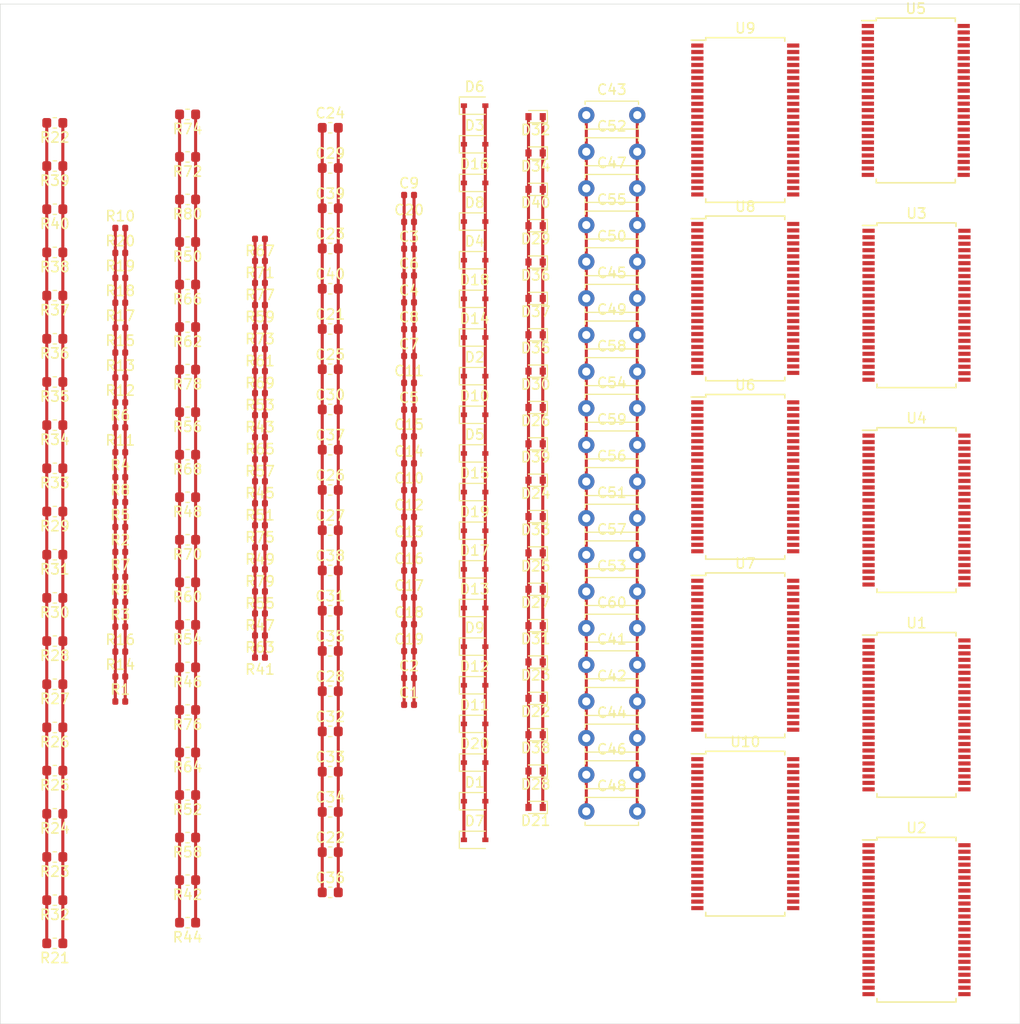
<source format=kicad_pcb>
(kicad_pcb (version 20171130) (host pcbnew "(5.1.5)-3")
  (title_block (title SimpleF303) (date 2020-02-10) (rev 0.1))
  (layers (0 F.Cu mixed) (31 B.Cu mixed) (34 B.Paste user) (35 F.Paste user) (36 B.SilkS user) (37 F.SilkS user) (38 B.Mask user) (39 F.Mask user) (44 Edge.Cuts user))
  (net 0 "")
  (net 1 "Net-(C1-Pad2)")
  (net 2 "Net-(C1-Pad1)")
  (net 3 "Net-(C21-Pad2)")
  (net 4 "Net-(C21-Pad1)")
  (net 5 "Net-(D1-Pad2)")
  (net 6 "Net-(D1-Pad1)")
  (net 7 "Net-(D21-Pad1)")
  (net 8 "Net-(D21-Pad2)")
  (net 9 "Net-(R1-Pad2)")
  (net 10 "Net-(R1-Pad1)")
  (net 11 "Net-(R21-Pad2)")
  (net 12 "Net-(R21-Pad1)")
  (net 13 "Net-(U1-Pad27)")
  (net 14 "Net-(U1-Pad32)")
  (net 15 "Net-(U1-Pad12)")
  (net 16 "Net-(U1-Pad17)")
  (net 17 "Net-(U2-Pad27)")
  (net 18 "Net-(U2-Pad32)")
  (net 19 "Net-(U2-Pad12)")
  (net 20 "Net-(U2-Pad17)")
  (net 21 "Net-(U3-Pad27)")
  (net 22 "Net-(U3-Pad32)")
  (net 23 "Net-(U3-Pad12)")
  (net 24 "Net-(U3-Pad17)")
  (net 25 "Net-(U4-Pad27)")
  (net 26 "Net-(U4-Pad32)")
  (net 27 "Net-(U4-Pad12)")
  (net 28 "Net-(U4-Pad17)")
  (net 29 "Net-(U5-Pad27)")
  (net 30 "Net-(U5-Pad32)")
  (net 31 "Net-(U5-Pad12)")
  (net 32 "Net-(U5-Pad17)")
  (net 33 "Net-(C41-Pad2)")
  (net 34 "Net-(C41-Pad1)")
  (net 35 "Net-(U6-Pad27)")
  (net 36 "Net-(U6-Pad32)")
  (net 37 "Net-(U6-Pad12)")
  (net 38 "Net-(U6-Pad17)")
  (net 39 "Net-(U7-Pad27)")
  (net 40 "Net-(U7-Pad32)")
  (net 41 "Net-(U7-Pad12)")
  (net 42 "Net-(U7-Pad17)")
  (net 43 "Net-(U8-Pad27)")
  (net 44 "Net-(U8-Pad32)")
  (net 45 "Net-(U8-Pad12)")
  (net 46 "Net-(U8-Pad17)")
  (net 47 "Net-(U9-Pad27)")
  (net 48 "Net-(U9-Pad32)")
  (net 49 "Net-(U9-Pad12)")
  (net 50 "Net-(U9-Pad17)")
  (net 51 "Net-(U10-Pad27)")
  (net 52 "Net-(U10-Pad32)")
  (net 53 "Net-(U10-Pad12)")
  (net 54 "Net-(U10-Pad17)")
  (net 55 "Net-(R41-Pad2)")
  (net 56 "Net-(R41-Pad1)")
  (net 57 "Net-(R42-Pad2)")
  (net 58 "Net-(R42-Pad1)")
  (module Package_SO:SSOP-48_7.5x15.9mm_P0.635mm (layer F.Cu) (at 183.02 114.52)
    (fp_text reference U10 (at 0 -9) (layer F.SilkS))
    (fp_text value LTC1742)
    (pad 48 smd rect (at 4.7 -7.3025) (size 1.2 0.4) (layers F.Cu F.Paste F.Mask))
    (pad 47 smd rect (at 4.7 -6.6675) (size 1.2 0.4) (layers F.Cu F.Paste F.Mask) (net 51 "Net-(U10-Pad27)"))
    (pad 46 smd rect (at 4.7 -6.0325) (size 1.2 0.4) (layers F.Cu F.Paste F.Mask))
    (pad 45 smd rect (at 4.7 -5.3975) (size 1.2 0.4) (layers F.Cu F.Paste F.Mask))
    (pad 44 smd rect (at 4.7 -4.7625) (size 1.2 0.4) (layers F.Cu F.Paste F.Mask))
    (pad 43 smd rect (at 4.7 -4.1275) (size 1.2 0.4) (layers F.Cu F.Paste F.Mask) (net 52 "Net-(U10-Pad32)"))
    (pad 42 smd rect (at 4.7 -3.4925) (size 1.2 0.4) (layers F.Cu F.Paste F.Mask))
    (pad 41 smd rect (at 4.7 -2.8575) (size 1.2 0.4) (layers F.Cu F.Paste F.Mask))
    (pad 40 smd rect (at 4.7 -2.2225) (size 1.2 0.4) (layers F.Cu F.Paste F.Mask))
    (pad 39 smd rect (at 4.7 -1.5875) (size 1.2 0.4) (layers F.Cu F.Paste F.Mask))
    (pad 38 smd rect (at 4.7 -0.9525) (size 1.2 0.4) (layers F.Cu F.Paste F.Mask) (net 51 "Net-(U10-Pad27)"))
    (pad 37 smd rect (at 4.7 -0.3175) (size 1.2 0.4) (layers F.Cu F.Paste F.Mask) (net 53 "Net-(U10-Pad12)"))
    (pad 36 smd rect (at 4.7 0.3175) (size 1.2 0.4) (layers F.Cu F.Paste F.Mask) (net 53 "Net-(U10-Pad12)"))
    (pad 35 smd rect (at 4.7 0.9525) (size 1.2 0.4) (layers F.Cu F.Paste F.Mask))
    (pad 34 smd rect (at 4.7 1.5875) (size 1.2 0.4) (layers F.Cu F.Paste F.Mask))
    (pad 33 smd rect (at 4.7 2.2225) (size 1.2 0.4) (layers F.Cu F.Paste F.Mask))
    (pad 32 smd rect (at 4.7 2.8575) (size 1.2 0.4) (layers F.Cu F.Paste F.Mask) (net 52 "Net-(U10-Pad32)"))
    (pad 31 smd rect (at 4.7 3.4925) (size 1.2 0.4) (layers F.Cu F.Paste F.Mask))
    (pad 30 smd rect (at 4.7 4.1275) (size 1.2 0.4) (layers F.Cu F.Paste F.Mask))
    (pad 29 smd rect (at 4.7 4.7625) (size 1.2 0.4) (layers F.Cu F.Paste F.Mask))
    (pad 28 smd rect (at 4.7 5.3975) (size 1.2 0.4) (layers F.Cu F.Paste F.Mask))
    (pad 27 smd rect (at 4.7 6.0325) (size 1.2 0.4) (layers F.Cu F.Paste F.Mask) (net 51 "Net-(U10-Pad27)"))
    (pad 26 smd rect (at 4.7 6.6675) (size 1.2 0.4) (layers F.Cu F.Paste F.Mask))
    (pad 25 smd rect (at 4.7 7.3025) (size 1.2 0.4) (layers F.Cu F.Paste F.Mask))
    (pad 24 smd rect (at -4.7 7.3025) (size 1.2 0.4) (layers F.Cu F.Paste F.Mask))
    (pad 23 smd rect (at -4.7 6.6675) (size 1.2 0.4) (layers F.Cu F.Paste F.Mask))
    (pad 22 smd rect (at -4.7 6.0325) (size 1.2 0.4) (layers F.Cu F.Paste F.Mask))
    (pad 21 smd rect (at -4.7 5.3975) (size 1.2 0.4) (layers F.Cu F.Paste F.Mask) (net 53 "Net-(U10-Pad12)"))
    (pad 20 smd rect (at -4.7 4.7625) (size 1.2 0.4) (layers F.Cu F.Paste F.Mask) (net 54 "Net-(U10-Pad17)"))
    (pad 19 smd rect (at -4.7 4.1275) (size 1.2 0.4) (layers F.Cu F.Paste F.Mask) (net 53 "Net-(U10-Pad12)"))
    (pad 18 smd rect (at -4.7 3.4925) (size 1.2 0.4) (layers F.Cu F.Paste F.Mask) (net 54 "Net-(U10-Pad17)"))
    (pad 17 smd rect (at -4.7 2.8575) (size 1.2 0.4) (layers F.Cu F.Paste F.Mask) (net 54 "Net-(U10-Pad17)"))
    (pad 16 smd rect (at -4.7 2.2225) (size 1.2 0.4) (layers F.Cu F.Paste F.Mask) (net 53 "Net-(U10-Pad12)"))
    (pad 15 smd rect (at -4.7 1.5875) (size 1.2 0.4) (layers F.Cu F.Paste F.Mask))
    (pad 14 smd rect (at -4.7 0.9525) (size 1.2 0.4) (layers F.Cu F.Paste F.Mask))
    (pad 13 smd rect (at -4.7 0.3175) (size 1.2 0.4) (layers F.Cu F.Paste F.Mask) (net 53 "Net-(U10-Pad12)"))
    (pad 12 smd rect (at -4.7 -0.3175) (size 1.2 0.4) (layers F.Cu F.Paste F.Mask) (net 53 "Net-(U10-Pad12)"))
    (pad 11 smd rect (at -4.7 -0.9525) (size 1.2 0.4) (layers F.Cu F.Paste F.Mask))
    (pad 10 smd rect (at -4.7 -1.5875) (size 1.2 0.4) (layers F.Cu F.Paste F.Mask))
    (pad 9 smd rect (at -4.7 -2.2225) (size 1.2 0.4) (layers F.Cu F.Paste F.Mask) (net 53 "Net-(U10-Pad12)"))
    (pad 8 smd rect (at -4.7 -2.8575) (size 1.2 0.4) (layers F.Cu F.Paste F.Mask) (net 54 "Net-(U10-Pad17)"))
    (pad 7 smd rect (at -4.7 -3.4925) (size 1.2 0.4) (layers F.Cu F.Paste F.Mask) (net 54 "Net-(U10-Pad17)"))
    (pad 6 smd rect (at -4.7 -4.1275) (size 1.2 0.4) (layers F.Cu F.Paste F.Mask) (net 53 "Net-(U10-Pad12)"))
    (pad 5 smd rect (at -4.7 -4.7625) (size 1.2 0.4) (layers F.Cu F.Paste F.Mask))
    (pad 4 smd rect (at -4.7 -5.3975) (size 1.2 0.4) (layers F.Cu F.Paste F.Mask))
    (pad 3 smd rect (at -4.7 -6.0325) (size 1.2 0.4) (layers F.Cu F.Paste F.Mask) (net 53 "Net-(U10-Pad12)"))
    (pad 2 smd rect (at -4.7 -6.6675) (size 1.2 0.4) (layers F.Cu F.Paste F.Mask))
    (pad 1 smd rect (at -4.7 -7.3025) (size 1.2 0.4) (layers F.Cu F.Paste F.Mask))
  )
  (module Package_SO:SSOP-48_7.5x15.9mm_P0.635mm (layer F.Cu) (at 183.02 44.54)
    (fp_text reference U9 (at 0 -9) (layer F.SilkS))
    (fp_text value LTC1742)
    (pad 48 smd rect (at 4.7 -7.3025) (size 1.2 0.4) (layers F.Cu F.Paste F.Mask))
    (pad 47 smd rect (at 4.7 -6.6675) (size 1.2 0.4) (layers F.Cu F.Paste F.Mask) (net 47 "Net-(U9-Pad27)"))
    (pad 46 smd rect (at 4.7 -6.0325) (size 1.2 0.4) (layers F.Cu F.Paste F.Mask))
    (pad 45 smd rect (at 4.7 -5.3975) (size 1.2 0.4) (layers F.Cu F.Paste F.Mask))
    (pad 44 smd rect (at 4.7 -4.7625) (size 1.2 0.4) (layers F.Cu F.Paste F.Mask))
    (pad 43 smd rect (at 4.7 -4.1275) (size 1.2 0.4) (layers F.Cu F.Paste F.Mask) (net 48 "Net-(U9-Pad32)"))
    (pad 42 smd rect (at 4.7 -3.4925) (size 1.2 0.4) (layers F.Cu F.Paste F.Mask))
    (pad 41 smd rect (at 4.7 -2.8575) (size 1.2 0.4) (layers F.Cu F.Paste F.Mask))
    (pad 40 smd rect (at 4.7 -2.2225) (size 1.2 0.4) (layers F.Cu F.Paste F.Mask))
    (pad 39 smd rect (at 4.7 -1.5875) (size 1.2 0.4) (layers F.Cu F.Paste F.Mask))
    (pad 38 smd rect (at 4.7 -0.9525) (size 1.2 0.4) (layers F.Cu F.Paste F.Mask) (net 47 "Net-(U9-Pad27)"))
    (pad 37 smd rect (at 4.7 -0.3175) (size 1.2 0.4) (layers F.Cu F.Paste F.Mask) (net 49 "Net-(U9-Pad12)"))
    (pad 36 smd rect (at 4.7 0.3175) (size 1.2 0.4) (layers F.Cu F.Paste F.Mask) (net 49 "Net-(U9-Pad12)"))
    (pad 35 smd rect (at 4.7 0.9525) (size 1.2 0.4) (layers F.Cu F.Paste F.Mask))
    (pad 34 smd rect (at 4.7 1.5875) (size 1.2 0.4) (layers F.Cu F.Paste F.Mask))
    (pad 33 smd rect (at 4.7 2.2225) (size 1.2 0.4) (layers F.Cu F.Paste F.Mask))
    (pad 32 smd rect (at 4.7 2.8575) (size 1.2 0.4) (layers F.Cu F.Paste F.Mask) (net 48 "Net-(U9-Pad32)"))
    (pad 31 smd rect (at 4.7 3.4925) (size 1.2 0.4) (layers F.Cu F.Paste F.Mask))
    (pad 30 smd rect (at 4.7 4.1275) (size 1.2 0.4) (layers F.Cu F.Paste F.Mask))
    (pad 29 smd rect (at 4.7 4.7625) (size 1.2 0.4) (layers F.Cu F.Paste F.Mask))
    (pad 28 smd rect (at 4.7 5.3975) (size 1.2 0.4) (layers F.Cu F.Paste F.Mask))
    (pad 27 smd rect (at 4.7 6.0325) (size 1.2 0.4) (layers F.Cu F.Paste F.Mask) (net 47 "Net-(U9-Pad27)"))
    (pad 26 smd rect (at 4.7 6.6675) (size 1.2 0.4) (layers F.Cu F.Paste F.Mask))
    (pad 25 smd rect (at 4.7 7.3025) (size 1.2 0.4) (layers F.Cu F.Paste F.Mask))
    (pad 24 smd rect (at -4.7 7.3025) (size 1.2 0.4) (layers F.Cu F.Paste F.Mask))
    (pad 23 smd rect (at -4.7 6.6675) (size 1.2 0.4) (layers F.Cu F.Paste F.Mask))
    (pad 22 smd rect (at -4.7 6.0325) (size 1.2 0.4) (layers F.Cu F.Paste F.Mask))
    (pad 21 smd rect (at -4.7 5.3975) (size 1.2 0.4) (layers F.Cu F.Paste F.Mask) (net 49 "Net-(U9-Pad12)"))
    (pad 20 smd rect (at -4.7 4.7625) (size 1.2 0.4) (layers F.Cu F.Paste F.Mask) (net 50 "Net-(U9-Pad17)"))
    (pad 19 smd rect (at -4.7 4.1275) (size 1.2 0.4) (layers F.Cu F.Paste F.Mask) (net 49 "Net-(U9-Pad12)"))
    (pad 18 smd rect (at -4.7 3.4925) (size 1.2 0.4) (layers F.Cu F.Paste F.Mask) (net 50 "Net-(U9-Pad17)"))
    (pad 17 smd rect (at -4.7 2.8575) (size 1.2 0.4) (layers F.Cu F.Paste F.Mask) (net 50 "Net-(U9-Pad17)"))
    (pad 16 smd rect (at -4.7 2.2225) (size 1.2 0.4) (layers F.Cu F.Paste F.Mask) (net 49 "Net-(U9-Pad12)"))
    (pad 15 smd rect (at -4.7 1.5875) (size 1.2 0.4) (layers F.Cu F.Paste F.Mask))
    (pad 14 smd rect (at -4.7 0.9525) (size 1.2 0.4) (layers F.Cu F.Paste F.Mask))
    (pad 13 smd rect (at -4.7 0.3175) (size 1.2 0.4) (layers F.Cu F.Paste F.Mask) (net 49 "Net-(U9-Pad12)"))
    (pad 12 smd rect (at -4.7 -0.3175) (size 1.2 0.4) (layers F.Cu F.Paste F.Mask) (net 49 "Net-(U9-Pad12)"))
    (pad 11 smd rect (at -4.7 -0.9525) (size 1.2 0.4) (layers F.Cu F.Paste F.Mask))
    (pad 10 smd rect (at -4.7 -1.5875) (size 1.2 0.4) (layers F.Cu F.Paste F.Mask))
    (pad 9 smd rect (at -4.7 -2.2225) (size 1.2 0.4) (layers F.Cu F.Paste F.Mask) (net 49 "Net-(U9-Pad12)"))
    (pad 8 smd rect (at -4.7 -2.8575) (size 1.2 0.4) (layers F.Cu F.Paste F.Mask) (net 50 "Net-(U9-Pad17)"))
    (pad 7 smd rect (at -4.7 -3.4925) (size 1.2 0.4) (layers F.Cu F.Paste F.Mask) (net 50 "Net-(U9-Pad17)"))
    (pad 6 smd rect (at -4.7 -4.1275) (size 1.2 0.4) (layers F.Cu F.Paste F.Mask) (net 49 "Net-(U9-Pad12)"))
    (pad 5 smd rect (at -4.7 -4.7625) (size 1.2 0.4) (layers F.Cu F.Paste F.Mask))
    (pad 4 smd rect (at -4.7 -5.3975) (size 1.2 0.4) (layers F.Cu F.Paste F.Mask))
    (pad 3 smd rect (at -4.7 -6.0325) (size 1.2 0.4) (layers F.Cu F.Paste F.Mask) (net 49 "Net-(U9-Pad12)"))
    (pad 2 smd rect (at -4.7 -6.6675) (size 1.2 0.4) (layers F.Cu F.Paste F.Mask))
    (pad 1 smd rect (at -4.7 -7.3025) (size 1.2 0.4) (layers F.Cu F.Paste F.Mask))
  )
  (module Package_SO:SSOP-48_7.5x15.9mm_P0.635mm (layer F.Cu) (at 183.02 62.035)
    (fp_text reference U8 (at 0 -9) (layer F.SilkS))
    (fp_text value LTC1742)
    (pad 48 smd rect (at 4.7 -7.3025) (size 1.2 0.4) (layers F.Cu F.Paste F.Mask))
    (pad 47 smd rect (at 4.7 -6.6675) (size 1.2 0.4) (layers F.Cu F.Paste F.Mask) (net 43 "Net-(U8-Pad27)"))
    (pad 46 smd rect (at 4.7 -6.0325) (size 1.2 0.4) (layers F.Cu F.Paste F.Mask))
    (pad 45 smd rect (at 4.7 -5.3975) (size 1.2 0.4) (layers F.Cu F.Paste F.Mask))
    (pad 44 smd rect (at 4.7 -4.7625) (size 1.2 0.4) (layers F.Cu F.Paste F.Mask))
    (pad 43 smd rect (at 4.7 -4.1275) (size 1.2 0.4) (layers F.Cu F.Paste F.Mask) (net 44 "Net-(U8-Pad32)"))
    (pad 42 smd rect (at 4.7 -3.4925) (size 1.2 0.4) (layers F.Cu F.Paste F.Mask))
    (pad 41 smd rect (at 4.7 -2.8575) (size 1.2 0.4) (layers F.Cu F.Paste F.Mask))
    (pad 40 smd rect (at 4.7 -2.2225) (size 1.2 0.4) (layers F.Cu F.Paste F.Mask))
    (pad 39 smd rect (at 4.7 -1.5875) (size 1.2 0.4) (layers F.Cu F.Paste F.Mask))
    (pad 38 smd rect (at 4.7 -0.9525) (size 1.2 0.4) (layers F.Cu F.Paste F.Mask) (net 43 "Net-(U8-Pad27)"))
    (pad 37 smd rect (at 4.7 -0.3175) (size 1.2 0.4) (layers F.Cu F.Paste F.Mask) (net 45 "Net-(U8-Pad12)"))
    (pad 36 smd rect (at 4.7 0.3175) (size 1.2 0.4) (layers F.Cu F.Paste F.Mask) (net 45 "Net-(U8-Pad12)"))
    (pad 35 smd rect (at 4.7 0.9525) (size 1.2 0.4) (layers F.Cu F.Paste F.Mask))
    (pad 34 smd rect (at 4.7 1.5875) (size 1.2 0.4) (layers F.Cu F.Paste F.Mask))
    (pad 33 smd rect (at 4.7 2.2225) (size 1.2 0.4) (layers F.Cu F.Paste F.Mask))
    (pad 32 smd rect (at 4.7 2.8575) (size 1.2 0.4) (layers F.Cu F.Paste F.Mask) (net 44 "Net-(U8-Pad32)"))
    (pad 31 smd rect (at 4.7 3.4925) (size 1.2 0.4) (layers F.Cu F.Paste F.Mask))
    (pad 30 smd rect (at 4.7 4.1275) (size 1.2 0.4) (layers F.Cu F.Paste F.Mask))
    (pad 29 smd rect (at 4.7 4.7625) (size 1.2 0.4) (layers F.Cu F.Paste F.Mask))
    (pad 28 smd rect (at 4.7 5.3975) (size 1.2 0.4) (layers F.Cu F.Paste F.Mask))
    (pad 27 smd rect (at 4.7 6.0325) (size 1.2 0.4) (layers F.Cu F.Paste F.Mask) (net 43 "Net-(U8-Pad27)"))
    (pad 26 smd rect (at 4.7 6.6675) (size 1.2 0.4) (layers F.Cu F.Paste F.Mask))
    (pad 25 smd rect (at 4.7 7.3025) (size 1.2 0.4) (layers F.Cu F.Paste F.Mask))
    (pad 24 smd rect (at -4.7 7.3025) (size 1.2 0.4) (layers F.Cu F.Paste F.Mask))
    (pad 23 smd rect (at -4.7 6.6675) (size 1.2 0.4) (layers F.Cu F.Paste F.Mask))
    (pad 22 smd rect (at -4.7 6.0325) (size 1.2 0.4) (layers F.Cu F.Paste F.Mask))
    (pad 21 smd rect (at -4.7 5.3975) (size 1.2 0.4) (layers F.Cu F.Paste F.Mask) (net 45 "Net-(U8-Pad12)"))
    (pad 20 smd rect (at -4.7 4.7625) (size 1.2 0.4) (layers F.Cu F.Paste F.Mask) (net 46 "Net-(U8-Pad17)"))
    (pad 19 smd rect (at -4.7 4.1275) (size 1.2 0.4) (layers F.Cu F.Paste F.Mask) (net 45 "Net-(U8-Pad12)"))
    (pad 18 smd rect (at -4.7 3.4925) (size 1.2 0.4) (layers F.Cu F.Paste F.Mask) (net 46 "Net-(U8-Pad17)"))
    (pad 17 smd rect (at -4.7 2.8575) (size 1.2 0.4) (layers F.Cu F.Paste F.Mask) (net 46 "Net-(U8-Pad17)"))
    (pad 16 smd rect (at -4.7 2.2225) (size 1.2 0.4) (layers F.Cu F.Paste F.Mask) (net 45 "Net-(U8-Pad12)"))
    (pad 15 smd rect (at -4.7 1.5875) (size 1.2 0.4) (layers F.Cu F.Paste F.Mask))
    (pad 14 smd rect (at -4.7 0.9525) (size 1.2 0.4) (layers F.Cu F.Paste F.Mask))
    (pad 13 smd rect (at -4.7 0.3175) (size 1.2 0.4) (layers F.Cu F.Paste F.Mask) (net 45 "Net-(U8-Pad12)"))
    (pad 12 smd rect (at -4.7 -0.3175) (size 1.2 0.4) (layers F.Cu F.Paste F.Mask) (net 45 "Net-(U8-Pad12)"))
    (pad 11 smd rect (at -4.7 -0.9525) (size 1.2 0.4) (layers F.Cu F.Paste F.Mask))
    (pad 10 smd rect (at -4.7 -1.5875) (size 1.2 0.4) (layers F.Cu F.Paste F.Mask))
    (pad 9 smd rect (at -4.7 -2.2225) (size 1.2 0.4) (layers F.Cu F.Paste F.Mask) (net 45 "Net-(U8-Pad12)"))
    (pad 8 smd rect (at -4.7 -2.8575) (size 1.2 0.4) (layers F.Cu F.Paste F.Mask) (net 46 "Net-(U8-Pad17)"))
    (pad 7 smd rect (at -4.7 -3.4925) (size 1.2 0.4) (layers F.Cu F.Paste F.Mask) (net 46 "Net-(U8-Pad17)"))
    (pad 6 smd rect (at -4.7 -4.1275) (size 1.2 0.4) (layers F.Cu F.Paste F.Mask) (net 45 "Net-(U8-Pad12)"))
    (pad 5 smd rect (at -4.7 -4.7625) (size 1.2 0.4) (layers F.Cu F.Paste F.Mask))
    (pad 4 smd rect (at -4.7 -5.3975) (size 1.2 0.4) (layers F.Cu F.Paste F.Mask))
    (pad 3 smd rect (at -4.7 -6.0325) (size 1.2 0.4) (layers F.Cu F.Paste F.Mask) (net 45 "Net-(U8-Pad12)"))
    (pad 2 smd rect (at -4.7 -6.6675) (size 1.2 0.4) (layers F.Cu F.Paste F.Mask))
    (pad 1 smd rect (at -4.7 -7.3025) (size 1.2 0.4) (layers F.Cu F.Paste F.Mask))
  )
  (module Package_SO:SSOP-48_7.5x15.9mm_P0.635mm (layer F.Cu) (at 183.02 97.025)
    (fp_text reference U7 (at 0 -9) (layer F.SilkS))
    (fp_text value LTC1742)
    (pad 48 smd rect (at 4.7 -7.3025) (size 1.2 0.4) (layers F.Cu F.Paste F.Mask))
    (pad 47 smd rect (at 4.7 -6.6675) (size 1.2 0.4) (layers F.Cu F.Paste F.Mask) (net 39 "Net-(U7-Pad27)"))
    (pad 46 smd rect (at 4.7 -6.0325) (size 1.2 0.4) (layers F.Cu F.Paste F.Mask))
    (pad 45 smd rect (at 4.7 -5.3975) (size 1.2 0.4) (layers F.Cu F.Paste F.Mask))
    (pad 44 smd rect (at 4.7 -4.7625) (size 1.2 0.4) (layers F.Cu F.Paste F.Mask))
    (pad 43 smd rect (at 4.7 -4.1275) (size 1.2 0.4) (layers F.Cu F.Paste F.Mask) (net 40 "Net-(U7-Pad32)"))
    (pad 42 smd rect (at 4.7 -3.4925) (size 1.2 0.4) (layers F.Cu F.Paste F.Mask))
    (pad 41 smd rect (at 4.7 -2.8575) (size 1.2 0.4) (layers F.Cu F.Paste F.Mask))
    (pad 40 smd rect (at 4.7 -2.2225) (size 1.2 0.4) (layers F.Cu F.Paste F.Mask))
    (pad 39 smd rect (at 4.7 -1.5875) (size 1.2 0.4) (layers F.Cu F.Paste F.Mask))
    (pad 38 smd rect (at 4.7 -0.9525) (size 1.2 0.4) (layers F.Cu F.Paste F.Mask) (net 39 "Net-(U7-Pad27)"))
    (pad 37 smd rect (at 4.7 -0.3175) (size 1.2 0.4) (layers F.Cu F.Paste F.Mask) (net 41 "Net-(U7-Pad12)"))
    (pad 36 smd rect (at 4.7 0.3175) (size 1.2 0.4) (layers F.Cu F.Paste F.Mask) (net 41 "Net-(U7-Pad12)"))
    (pad 35 smd rect (at 4.7 0.9525) (size 1.2 0.4) (layers F.Cu F.Paste F.Mask))
    (pad 34 smd rect (at 4.7 1.5875) (size 1.2 0.4) (layers F.Cu F.Paste F.Mask))
    (pad 33 smd rect (at 4.7 2.2225) (size 1.2 0.4) (layers F.Cu F.Paste F.Mask))
    (pad 32 smd rect (at 4.7 2.8575) (size 1.2 0.4) (layers F.Cu F.Paste F.Mask) (net 40 "Net-(U7-Pad32)"))
    (pad 31 smd rect (at 4.7 3.4925) (size 1.2 0.4) (layers F.Cu F.Paste F.Mask))
    (pad 30 smd rect (at 4.7 4.1275) (size 1.2 0.4) (layers F.Cu F.Paste F.Mask))
    (pad 29 smd rect (at 4.7 4.7625) (size 1.2 0.4) (layers F.Cu F.Paste F.Mask))
    (pad 28 smd rect (at 4.7 5.3975) (size 1.2 0.4) (layers F.Cu F.Paste F.Mask))
    (pad 27 smd rect (at 4.7 6.0325) (size 1.2 0.4) (layers F.Cu F.Paste F.Mask) (net 39 "Net-(U7-Pad27)"))
    (pad 26 smd rect (at 4.7 6.6675) (size 1.2 0.4) (layers F.Cu F.Paste F.Mask))
    (pad 25 smd rect (at 4.7 7.3025) (size 1.2 0.4) (layers F.Cu F.Paste F.Mask))
    (pad 24 smd rect (at -4.7 7.3025) (size 1.2 0.4) (layers F.Cu F.Paste F.Mask))
    (pad 23 smd rect (at -4.7 6.6675) (size 1.2 0.4) (layers F.Cu F.Paste F.Mask))
    (pad 22 smd rect (at -4.7 6.0325) (size 1.2 0.4) (layers F.Cu F.Paste F.Mask))
    (pad 21 smd rect (at -4.7 5.3975) (size 1.2 0.4) (layers F.Cu F.Paste F.Mask) (net 41 "Net-(U7-Pad12)"))
    (pad 20 smd rect (at -4.7 4.7625) (size 1.2 0.4) (layers F.Cu F.Paste F.Mask) (net 42 "Net-(U7-Pad17)"))
    (pad 19 smd rect (at -4.7 4.1275) (size 1.2 0.4) (layers F.Cu F.Paste F.Mask) (net 41 "Net-(U7-Pad12)"))
    (pad 18 smd rect (at -4.7 3.4925) (size 1.2 0.4) (layers F.Cu F.Paste F.Mask) (net 42 "Net-(U7-Pad17)"))
    (pad 17 smd rect (at -4.7 2.8575) (size 1.2 0.4) (layers F.Cu F.Paste F.Mask) (net 42 "Net-(U7-Pad17)"))
    (pad 16 smd rect (at -4.7 2.2225) (size 1.2 0.4) (layers F.Cu F.Paste F.Mask) (net 41 "Net-(U7-Pad12)"))
    (pad 15 smd rect (at -4.7 1.5875) (size 1.2 0.4) (layers F.Cu F.Paste F.Mask))
    (pad 14 smd rect (at -4.7 0.9525) (size 1.2 0.4) (layers F.Cu F.Paste F.Mask))
    (pad 13 smd rect (at -4.7 0.3175) (size 1.2 0.4) (layers F.Cu F.Paste F.Mask) (net 41 "Net-(U7-Pad12)"))
    (pad 12 smd rect (at -4.7 -0.3175) (size 1.2 0.4) (layers F.Cu F.Paste F.Mask) (net 41 "Net-(U7-Pad12)"))
    (pad 11 smd rect (at -4.7 -0.9525) (size 1.2 0.4) (layers F.Cu F.Paste F.Mask))
    (pad 10 smd rect (at -4.7 -1.5875) (size 1.2 0.4) (layers F.Cu F.Paste F.Mask))
    (pad 9 smd rect (at -4.7 -2.2225) (size 1.2 0.4) (layers F.Cu F.Paste F.Mask) (net 41 "Net-(U7-Pad12)"))
    (pad 8 smd rect (at -4.7 -2.8575) (size 1.2 0.4) (layers F.Cu F.Paste F.Mask) (net 42 "Net-(U7-Pad17)"))
    (pad 7 smd rect (at -4.7 -3.4925) (size 1.2 0.4) (layers F.Cu F.Paste F.Mask) (net 42 "Net-(U7-Pad17)"))
    (pad 6 smd rect (at -4.7 -4.1275) (size 1.2 0.4) (layers F.Cu F.Paste F.Mask) (net 41 "Net-(U7-Pad12)"))
    (pad 5 smd rect (at -4.7 -4.7625) (size 1.2 0.4) (layers F.Cu F.Paste F.Mask))
    (pad 4 smd rect (at -4.7 -5.3975) (size 1.2 0.4) (layers F.Cu F.Paste F.Mask))
    (pad 3 smd rect (at -4.7 -6.0325) (size 1.2 0.4) (layers F.Cu F.Paste F.Mask) (net 41 "Net-(U7-Pad12)"))
    (pad 2 smd rect (at -4.7 -6.6675) (size 1.2 0.4) (layers F.Cu F.Paste F.Mask))
    (pad 1 smd rect (at -4.7 -7.3025) (size 1.2 0.4) (layers F.Cu F.Paste F.Mask))
  )
  (module Package_SO:SSOP-48_7.5x15.9mm_P0.635mm (layer F.Cu) (at 183.02 79.53)
    (fp_text reference U6 (at 0 -9) (layer F.SilkS))
    (fp_text value LTC1742)
    (pad 48 smd rect (at 4.7 -7.3025) (size 1.2 0.4) (layers F.Cu F.Paste F.Mask))
    (pad 47 smd rect (at 4.7 -6.6675) (size 1.2 0.4) (layers F.Cu F.Paste F.Mask) (net 35 "Net-(U6-Pad27)"))
    (pad 46 smd rect (at 4.7 -6.0325) (size 1.2 0.4) (layers F.Cu F.Paste F.Mask))
    (pad 45 smd rect (at 4.7 -5.3975) (size 1.2 0.4) (layers F.Cu F.Paste F.Mask))
    (pad 44 smd rect (at 4.7 -4.7625) (size 1.2 0.4) (layers F.Cu F.Paste F.Mask))
    (pad 43 smd rect (at 4.7 -4.1275) (size 1.2 0.4) (layers F.Cu F.Paste F.Mask) (net 36 "Net-(U6-Pad32)"))
    (pad 42 smd rect (at 4.7 -3.4925) (size 1.2 0.4) (layers F.Cu F.Paste F.Mask))
    (pad 41 smd rect (at 4.7 -2.8575) (size 1.2 0.4) (layers F.Cu F.Paste F.Mask))
    (pad 40 smd rect (at 4.7 -2.2225) (size 1.2 0.4) (layers F.Cu F.Paste F.Mask))
    (pad 39 smd rect (at 4.7 -1.5875) (size 1.2 0.4) (layers F.Cu F.Paste F.Mask))
    (pad 38 smd rect (at 4.7 -0.9525) (size 1.2 0.4) (layers F.Cu F.Paste F.Mask) (net 35 "Net-(U6-Pad27)"))
    (pad 37 smd rect (at 4.7 -0.3175) (size 1.2 0.4) (layers F.Cu F.Paste F.Mask) (net 37 "Net-(U6-Pad12)"))
    (pad 36 smd rect (at 4.7 0.3175) (size 1.2 0.4) (layers F.Cu F.Paste F.Mask) (net 37 "Net-(U6-Pad12)"))
    (pad 35 smd rect (at 4.7 0.9525) (size 1.2 0.4) (layers F.Cu F.Paste F.Mask))
    (pad 34 smd rect (at 4.7 1.5875) (size 1.2 0.4) (layers F.Cu F.Paste F.Mask))
    (pad 33 smd rect (at 4.7 2.2225) (size 1.2 0.4) (layers F.Cu F.Paste F.Mask))
    (pad 32 smd rect (at 4.7 2.8575) (size 1.2 0.4) (layers F.Cu F.Paste F.Mask) (net 36 "Net-(U6-Pad32)"))
    (pad 31 smd rect (at 4.7 3.4925) (size 1.2 0.4) (layers F.Cu F.Paste F.Mask))
    (pad 30 smd rect (at 4.7 4.1275) (size 1.2 0.4) (layers F.Cu F.Paste F.Mask))
    (pad 29 smd rect (at 4.7 4.7625) (size 1.2 0.4) (layers F.Cu F.Paste F.Mask))
    (pad 28 smd rect (at 4.7 5.3975) (size 1.2 0.4) (layers F.Cu F.Paste F.Mask))
    (pad 27 smd rect (at 4.7 6.0325) (size 1.2 0.4) (layers F.Cu F.Paste F.Mask) (net 35 "Net-(U6-Pad27)"))
    (pad 26 smd rect (at 4.7 6.6675) (size 1.2 0.4) (layers F.Cu F.Paste F.Mask))
    (pad 25 smd rect (at 4.7 7.3025) (size 1.2 0.4) (layers F.Cu F.Paste F.Mask))
    (pad 24 smd rect (at -4.7 7.3025) (size 1.2 0.4) (layers F.Cu F.Paste F.Mask))
    (pad 23 smd rect (at -4.7 6.6675) (size 1.2 0.4) (layers F.Cu F.Paste F.Mask))
    (pad 22 smd rect (at -4.7 6.0325) (size 1.2 0.4) (layers F.Cu F.Paste F.Mask))
    (pad 21 smd rect (at -4.7 5.3975) (size 1.2 0.4) (layers F.Cu F.Paste F.Mask) (net 37 "Net-(U6-Pad12)"))
    (pad 20 smd rect (at -4.7 4.7625) (size 1.2 0.4) (layers F.Cu F.Paste F.Mask) (net 38 "Net-(U6-Pad17)"))
    (pad 19 smd rect (at -4.7 4.1275) (size 1.2 0.4) (layers F.Cu F.Paste F.Mask) (net 37 "Net-(U6-Pad12)"))
    (pad 18 smd rect (at -4.7 3.4925) (size 1.2 0.4) (layers F.Cu F.Paste F.Mask) (net 38 "Net-(U6-Pad17)"))
    (pad 17 smd rect (at -4.7 2.8575) (size 1.2 0.4) (layers F.Cu F.Paste F.Mask) (net 38 "Net-(U6-Pad17)"))
    (pad 16 smd rect (at -4.7 2.2225) (size 1.2 0.4) (layers F.Cu F.Paste F.Mask) (net 37 "Net-(U6-Pad12)"))
    (pad 15 smd rect (at -4.7 1.5875) (size 1.2 0.4) (layers F.Cu F.Paste F.Mask))
    (pad 14 smd rect (at -4.7 0.9525) (size 1.2 0.4) (layers F.Cu F.Paste F.Mask))
    (pad 13 smd rect (at -4.7 0.3175) (size 1.2 0.4) (layers F.Cu F.Paste F.Mask) (net 37 "Net-(U6-Pad12)"))
    (pad 12 smd rect (at -4.7 -0.3175) (size 1.2 0.4) (layers F.Cu F.Paste F.Mask) (net 37 "Net-(U6-Pad12)"))
    (pad 11 smd rect (at -4.7 -0.9525) (size 1.2 0.4) (layers F.Cu F.Paste F.Mask))
    (pad 10 smd rect (at -4.7 -1.5875) (size 1.2 0.4) (layers F.Cu F.Paste F.Mask))
    (pad 9 smd rect (at -4.7 -2.2225) (size 1.2 0.4) (layers F.Cu F.Paste F.Mask) (net 37 "Net-(U6-Pad12)"))
    (pad 8 smd rect (at -4.7 -2.8575) (size 1.2 0.4) (layers F.Cu F.Paste F.Mask) (net 38 "Net-(U6-Pad17)"))
    (pad 7 smd rect (at -4.7 -3.4925) (size 1.2 0.4) (layers F.Cu F.Paste F.Mask) (net 38 "Net-(U6-Pad17)"))
    (pad 6 smd rect (at -4.7 -4.1275) (size 1.2 0.4) (layers F.Cu F.Paste F.Mask) (net 37 "Net-(U6-Pad12)"))
    (pad 5 smd rect (at -4.7 -4.7625) (size 1.2 0.4) (layers F.Cu F.Paste F.Mask))
    (pad 4 smd rect (at -4.7 -5.3975) (size 1.2 0.4) (layers F.Cu F.Paste F.Mask))
    (pad 3 smd rect (at -4.7 -6.0325) (size 1.2 0.4) (layers F.Cu F.Paste F.Mask) (net 37 "Net-(U6-Pad12)"))
    (pad 2 smd rect (at -4.7 -6.6675) (size 1.2 0.4) (layers F.Cu F.Paste F.Mask))
    (pad 1 smd rect (at -4.7 -7.3025) (size 1.2 0.4) (layers F.Cu F.Paste F.Mask))
  )
  (module Package_SO:SSOP-48_7.5x15.9mm_P0.635mm (layer F.Cu) (at 199.74 42.62)
    (fp_text reference U5 (at 0 -9) (layer F.SilkS))
    (fp_text value LTC1742)
    (pad 48 smd rect (at 4.7 -7.3025) (size 1.2 0.4) (layers F.Cu F.Paste F.Mask))
    (pad 47 smd rect (at 4.7 -6.6675) (size 1.2 0.4) (layers F.Cu F.Paste F.Mask) (net 29 "Net-(U5-Pad27)"))
    (pad 46 smd rect (at 4.7 -6.0325) (size 1.2 0.4) (layers F.Cu F.Paste F.Mask))
    (pad 45 smd rect (at 4.7 -5.3975) (size 1.2 0.4) (layers F.Cu F.Paste F.Mask))
    (pad 44 smd rect (at 4.7 -4.7625) (size 1.2 0.4) (layers F.Cu F.Paste F.Mask))
    (pad 43 smd rect (at 4.7 -4.1275) (size 1.2 0.4) (layers F.Cu F.Paste F.Mask) (net 30 "Net-(U5-Pad32)"))
    (pad 42 smd rect (at 4.7 -3.4925) (size 1.2 0.4) (layers F.Cu F.Paste F.Mask))
    (pad 41 smd rect (at 4.7 -2.8575) (size 1.2 0.4) (layers F.Cu F.Paste F.Mask))
    (pad 40 smd rect (at 4.7 -2.2225) (size 1.2 0.4) (layers F.Cu F.Paste F.Mask))
    (pad 39 smd rect (at 4.7 -1.5875) (size 1.2 0.4) (layers F.Cu F.Paste F.Mask))
    (pad 38 smd rect (at 4.7 -0.9525) (size 1.2 0.4) (layers F.Cu F.Paste F.Mask) (net 29 "Net-(U5-Pad27)"))
    (pad 37 smd rect (at 4.7 -0.3175) (size 1.2 0.4) (layers F.Cu F.Paste F.Mask) (net 31 "Net-(U5-Pad12)"))
    (pad 36 smd rect (at 4.7 0.3175) (size 1.2 0.4) (layers F.Cu F.Paste F.Mask) (net 31 "Net-(U5-Pad12)"))
    (pad 35 smd rect (at 4.7 0.9525) (size 1.2 0.4) (layers F.Cu F.Paste F.Mask))
    (pad 34 smd rect (at 4.7 1.5875) (size 1.2 0.4) (layers F.Cu F.Paste F.Mask))
    (pad 33 smd rect (at 4.7 2.2225) (size 1.2 0.4) (layers F.Cu F.Paste F.Mask))
    (pad 32 smd rect (at 4.7 2.8575) (size 1.2 0.4) (layers F.Cu F.Paste F.Mask) (net 30 "Net-(U5-Pad32)"))
    (pad 31 smd rect (at 4.7 3.4925) (size 1.2 0.4) (layers F.Cu F.Paste F.Mask))
    (pad 30 smd rect (at 4.7 4.1275) (size 1.2 0.4) (layers F.Cu F.Paste F.Mask))
    (pad 29 smd rect (at 4.7 4.7625) (size 1.2 0.4) (layers F.Cu F.Paste F.Mask))
    (pad 28 smd rect (at 4.7 5.3975) (size 1.2 0.4) (layers F.Cu F.Paste F.Mask))
    (pad 27 smd rect (at 4.7 6.0325) (size 1.2 0.4) (layers F.Cu F.Paste F.Mask) (net 29 "Net-(U5-Pad27)"))
    (pad 26 smd rect (at 4.7 6.6675) (size 1.2 0.4) (layers F.Cu F.Paste F.Mask))
    (pad 25 smd rect (at 4.7 7.3025) (size 1.2 0.4) (layers F.Cu F.Paste F.Mask))
    (pad 24 smd rect (at -4.7 7.3025) (size 1.2 0.4) (layers F.Cu F.Paste F.Mask))
    (pad 23 smd rect (at -4.7 6.6675) (size 1.2 0.4) (layers F.Cu F.Paste F.Mask))
    (pad 22 smd rect (at -4.7 6.0325) (size 1.2 0.4) (layers F.Cu F.Paste F.Mask))
    (pad 21 smd rect (at -4.7 5.3975) (size 1.2 0.4) (layers F.Cu F.Paste F.Mask) (net 31 "Net-(U5-Pad12)"))
    (pad 20 smd rect (at -4.7 4.7625) (size 1.2 0.4) (layers F.Cu F.Paste F.Mask) (net 32 "Net-(U5-Pad17)"))
    (pad 19 smd rect (at -4.7 4.1275) (size 1.2 0.4) (layers F.Cu F.Paste F.Mask) (net 31 "Net-(U5-Pad12)"))
    (pad 18 smd rect (at -4.7 3.4925) (size 1.2 0.4) (layers F.Cu F.Paste F.Mask) (net 32 "Net-(U5-Pad17)"))
    (pad 17 smd rect (at -4.7 2.8575) (size 1.2 0.4) (layers F.Cu F.Paste F.Mask) (net 32 "Net-(U5-Pad17)"))
    (pad 16 smd rect (at -4.7 2.2225) (size 1.2 0.4) (layers F.Cu F.Paste F.Mask) (net 31 "Net-(U5-Pad12)"))
    (pad 15 smd rect (at -4.7 1.5875) (size 1.2 0.4) (layers F.Cu F.Paste F.Mask))
    (pad 14 smd rect (at -4.7 0.9525) (size 1.2 0.4) (layers F.Cu F.Paste F.Mask))
    (pad 13 smd rect (at -4.7 0.3175) (size 1.2 0.4) (layers F.Cu F.Paste F.Mask) (net 31 "Net-(U5-Pad12)"))
    (pad 12 smd rect (at -4.7 -0.3175) (size 1.2 0.4) (layers F.Cu F.Paste F.Mask) (net 31 "Net-(U5-Pad12)"))
    (pad 11 smd rect (at -4.7 -0.9525) (size 1.2 0.4) (layers F.Cu F.Paste F.Mask))
    (pad 10 smd rect (at -4.7 -1.5875) (size 1.2 0.4) (layers F.Cu F.Paste F.Mask))
    (pad 9 smd rect (at -4.7 -2.2225) (size 1.2 0.4) (layers F.Cu F.Paste F.Mask) (net 31 "Net-(U5-Pad12)"))
    (pad 8 smd rect (at -4.7 -2.8575) (size 1.2 0.4) (layers F.Cu F.Paste F.Mask) (net 32 "Net-(U5-Pad17)"))
    (pad 7 smd rect (at -4.7 -3.4925) (size 1.2 0.4) (layers F.Cu F.Paste F.Mask) (net 32 "Net-(U5-Pad17)"))
    (pad 6 smd rect (at -4.7 -4.1275) (size 1.2 0.4) (layers F.Cu F.Paste F.Mask) (net 31 "Net-(U5-Pad12)"))
    (pad 5 smd rect (at -4.7 -4.7625) (size 1.2 0.4) (layers F.Cu F.Paste F.Mask))
    (pad 4 smd rect (at -4.7 -5.3975) (size 1.2 0.4) (layers F.Cu F.Paste F.Mask))
    (pad 3 smd rect (at -4.7 -6.0325) (size 1.2 0.4) (layers F.Cu F.Paste F.Mask) (net 31 "Net-(U5-Pad12)"))
    (pad 2 smd rect (at -4.7 -6.6675) (size 1.2 0.4) (layers F.Cu F.Paste F.Mask))
    (pad 1 smd rect (at -4.7 -7.3025) (size 1.2 0.4) (layers F.Cu F.Paste F.Mask))
  )
  (module Package_SO:SSOP-48_7.5x15.9mm_P0.635mm (layer F.Cu) (at 199.81 82.79)
    (fp_text reference U4 (at 0 -9) (layer F.SilkS))
    (fp_text value LTC1742)
    (pad 48 smd rect (at 4.7 -7.3025) (size 1.2 0.4) (layers F.Cu F.Paste F.Mask))
    (pad 47 smd rect (at 4.7 -6.6675) (size 1.2 0.4) (layers F.Cu F.Paste F.Mask) (net 25 "Net-(U4-Pad27)"))
    (pad 46 smd rect (at 4.7 -6.0325) (size 1.2 0.4) (layers F.Cu F.Paste F.Mask))
    (pad 45 smd rect (at 4.7 -5.3975) (size 1.2 0.4) (layers F.Cu F.Paste F.Mask))
    (pad 44 smd rect (at 4.7 -4.7625) (size 1.2 0.4) (layers F.Cu F.Paste F.Mask))
    (pad 43 smd rect (at 4.7 -4.1275) (size 1.2 0.4) (layers F.Cu F.Paste F.Mask) (net 26 "Net-(U4-Pad32)"))
    (pad 42 smd rect (at 4.7 -3.4925) (size 1.2 0.4) (layers F.Cu F.Paste F.Mask))
    (pad 41 smd rect (at 4.7 -2.8575) (size 1.2 0.4) (layers F.Cu F.Paste F.Mask))
    (pad 40 smd rect (at 4.7 -2.2225) (size 1.2 0.4) (layers F.Cu F.Paste F.Mask))
    (pad 39 smd rect (at 4.7 -1.5875) (size 1.2 0.4) (layers F.Cu F.Paste F.Mask))
    (pad 38 smd rect (at 4.7 -0.9525) (size 1.2 0.4) (layers F.Cu F.Paste F.Mask) (net 25 "Net-(U4-Pad27)"))
    (pad 37 smd rect (at 4.7 -0.3175) (size 1.2 0.4) (layers F.Cu F.Paste F.Mask) (net 27 "Net-(U4-Pad12)"))
    (pad 36 smd rect (at 4.7 0.3175) (size 1.2 0.4) (layers F.Cu F.Paste F.Mask) (net 27 "Net-(U4-Pad12)"))
    (pad 35 smd rect (at 4.7 0.9525) (size 1.2 0.4) (layers F.Cu F.Paste F.Mask))
    (pad 34 smd rect (at 4.7 1.5875) (size 1.2 0.4) (layers F.Cu F.Paste F.Mask))
    (pad 33 smd rect (at 4.7 2.2225) (size 1.2 0.4) (layers F.Cu F.Paste F.Mask))
    (pad 32 smd rect (at 4.7 2.8575) (size 1.2 0.4) (layers F.Cu F.Paste F.Mask) (net 26 "Net-(U4-Pad32)"))
    (pad 31 smd rect (at 4.7 3.4925) (size 1.2 0.4) (layers F.Cu F.Paste F.Mask))
    (pad 30 smd rect (at 4.7 4.1275) (size 1.2 0.4) (layers F.Cu F.Paste F.Mask))
    (pad 29 smd rect (at 4.7 4.7625) (size 1.2 0.4) (layers F.Cu F.Paste F.Mask))
    (pad 28 smd rect (at 4.7 5.3975) (size 1.2 0.4) (layers F.Cu F.Paste F.Mask))
    (pad 27 smd rect (at 4.7 6.0325) (size 1.2 0.4) (layers F.Cu F.Paste F.Mask) (net 25 "Net-(U4-Pad27)"))
    (pad 26 smd rect (at 4.7 6.6675) (size 1.2 0.4) (layers F.Cu F.Paste F.Mask))
    (pad 25 smd rect (at 4.7 7.3025) (size 1.2 0.4) (layers F.Cu F.Paste F.Mask))
    (pad 24 smd rect (at -4.7 7.3025) (size 1.2 0.4) (layers F.Cu F.Paste F.Mask))
    (pad 23 smd rect (at -4.7 6.6675) (size 1.2 0.4) (layers F.Cu F.Paste F.Mask))
    (pad 22 smd rect (at -4.7 6.0325) (size 1.2 0.4) (layers F.Cu F.Paste F.Mask))
    (pad 21 smd rect (at -4.7 5.3975) (size 1.2 0.4) (layers F.Cu F.Paste F.Mask) (net 27 "Net-(U4-Pad12)"))
    (pad 20 smd rect (at -4.7 4.7625) (size 1.2 0.4) (layers F.Cu F.Paste F.Mask) (net 28 "Net-(U4-Pad17)"))
    (pad 19 smd rect (at -4.7 4.1275) (size 1.2 0.4) (layers F.Cu F.Paste F.Mask) (net 27 "Net-(U4-Pad12)"))
    (pad 18 smd rect (at -4.7 3.4925) (size 1.2 0.4) (layers F.Cu F.Paste F.Mask) (net 28 "Net-(U4-Pad17)"))
    (pad 17 smd rect (at -4.7 2.8575) (size 1.2 0.4) (layers F.Cu F.Paste F.Mask) (net 28 "Net-(U4-Pad17)"))
    (pad 16 smd rect (at -4.7 2.2225) (size 1.2 0.4) (layers F.Cu F.Paste F.Mask) (net 27 "Net-(U4-Pad12)"))
    (pad 15 smd rect (at -4.7 1.5875) (size 1.2 0.4) (layers F.Cu F.Paste F.Mask))
    (pad 14 smd rect (at -4.7 0.9525) (size 1.2 0.4) (layers F.Cu F.Paste F.Mask))
    (pad 13 smd rect (at -4.7 0.3175) (size 1.2 0.4) (layers F.Cu F.Paste F.Mask) (net 27 "Net-(U4-Pad12)"))
    (pad 12 smd rect (at -4.7 -0.3175) (size 1.2 0.4) (layers F.Cu F.Paste F.Mask) (net 27 "Net-(U4-Pad12)"))
    (pad 11 smd rect (at -4.7 -0.9525) (size 1.2 0.4) (layers F.Cu F.Paste F.Mask))
    (pad 10 smd rect (at -4.7 -1.5875) (size 1.2 0.4) (layers F.Cu F.Paste F.Mask))
    (pad 9 smd rect (at -4.7 -2.2225) (size 1.2 0.4) (layers F.Cu F.Paste F.Mask) (net 27 "Net-(U4-Pad12)"))
    (pad 8 smd rect (at -4.7 -2.8575) (size 1.2 0.4) (layers F.Cu F.Paste F.Mask) (net 28 "Net-(U4-Pad17)"))
    (pad 7 smd rect (at -4.7 -3.4925) (size 1.2 0.4) (layers F.Cu F.Paste F.Mask) (net 28 "Net-(U4-Pad17)"))
    (pad 6 smd rect (at -4.7 -4.1275) (size 1.2 0.4) (layers F.Cu F.Paste F.Mask) (net 27 "Net-(U4-Pad12)"))
    (pad 5 smd rect (at -4.7 -4.7625) (size 1.2 0.4) (layers F.Cu F.Paste F.Mask))
    (pad 4 smd rect (at -4.7 -5.3975) (size 1.2 0.4) (layers F.Cu F.Paste F.Mask))
    (pad 3 smd rect (at -4.7 -6.0325) (size 1.2 0.4) (layers F.Cu F.Paste F.Mask) (net 27 "Net-(U4-Pad12)"))
    (pad 2 smd rect (at -4.7 -6.6675) (size 1.2 0.4) (layers F.Cu F.Paste F.Mask))
    (pad 1 smd rect (at -4.7 -7.3025) (size 1.2 0.4) (layers F.Cu F.Paste F.Mask))
  )
  (module Package_SO:SSOP-48_7.5x15.9mm_P0.635mm (layer F.Cu) (at 199.81 62.705)
    (fp_text reference U3 (at 0 -9) (layer F.SilkS))
    (fp_text value LTC1742)
    (pad 48 smd rect (at 4.7 -7.3025) (size 1.2 0.4) (layers F.Cu F.Paste F.Mask))
    (pad 47 smd rect (at 4.7 -6.6675) (size 1.2 0.4) (layers F.Cu F.Paste F.Mask) (net 21 "Net-(U3-Pad27)"))
    (pad 46 smd rect (at 4.7 -6.0325) (size 1.2 0.4) (layers F.Cu F.Paste F.Mask))
    (pad 45 smd rect (at 4.7 -5.3975) (size 1.2 0.4) (layers F.Cu F.Paste F.Mask))
    (pad 44 smd rect (at 4.7 -4.7625) (size 1.2 0.4) (layers F.Cu F.Paste F.Mask))
    (pad 43 smd rect (at 4.7 -4.1275) (size 1.2 0.4) (layers F.Cu F.Paste F.Mask) (net 22 "Net-(U3-Pad32)"))
    (pad 42 smd rect (at 4.7 -3.4925) (size 1.2 0.4) (layers F.Cu F.Paste F.Mask))
    (pad 41 smd rect (at 4.7 -2.8575) (size 1.2 0.4) (layers F.Cu F.Paste F.Mask))
    (pad 40 smd rect (at 4.7 -2.2225) (size 1.2 0.4) (layers F.Cu F.Paste F.Mask))
    (pad 39 smd rect (at 4.7 -1.5875) (size 1.2 0.4) (layers F.Cu F.Paste F.Mask))
    (pad 38 smd rect (at 4.7 -0.9525) (size 1.2 0.4) (layers F.Cu F.Paste F.Mask) (net 21 "Net-(U3-Pad27)"))
    (pad 37 smd rect (at 4.7 -0.3175) (size 1.2 0.4) (layers F.Cu F.Paste F.Mask) (net 23 "Net-(U3-Pad12)"))
    (pad 36 smd rect (at 4.7 0.3175) (size 1.2 0.4) (layers F.Cu F.Paste F.Mask) (net 23 "Net-(U3-Pad12)"))
    (pad 35 smd rect (at 4.7 0.9525) (size 1.2 0.4) (layers F.Cu F.Paste F.Mask))
    (pad 34 smd rect (at 4.7 1.5875) (size 1.2 0.4) (layers F.Cu F.Paste F.Mask))
    (pad 33 smd rect (at 4.7 2.2225) (size 1.2 0.4) (layers F.Cu F.Paste F.Mask))
    (pad 32 smd rect (at 4.7 2.8575) (size 1.2 0.4) (layers F.Cu F.Paste F.Mask) (net 22 "Net-(U3-Pad32)"))
    (pad 31 smd rect (at 4.7 3.4925) (size 1.2 0.4) (layers F.Cu F.Paste F.Mask))
    (pad 30 smd rect (at 4.7 4.1275) (size 1.2 0.4) (layers F.Cu F.Paste F.Mask))
    (pad 29 smd rect (at 4.7 4.7625) (size 1.2 0.4) (layers F.Cu F.Paste F.Mask))
    (pad 28 smd rect (at 4.7 5.3975) (size 1.2 0.4) (layers F.Cu F.Paste F.Mask))
    (pad 27 smd rect (at 4.7 6.0325) (size 1.2 0.4) (layers F.Cu F.Paste F.Mask) (net 21 "Net-(U3-Pad27)"))
    (pad 26 smd rect (at 4.7 6.6675) (size 1.2 0.4) (layers F.Cu F.Paste F.Mask))
    (pad 25 smd rect (at 4.7 7.3025) (size 1.2 0.4) (layers F.Cu F.Paste F.Mask))
    (pad 24 smd rect (at -4.7 7.3025) (size 1.2 0.4) (layers F.Cu F.Paste F.Mask))
    (pad 23 smd rect (at -4.7 6.6675) (size 1.2 0.4) (layers F.Cu F.Paste F.Mask))
    (pad 22 smd rect (at -4.7 6.0325) (size 1.2 0.4) (layers F.Cu F.Paste F.Mask))
    (pad 21 smd rect (at -4.7 5.3975) (size 1.2 0.4) (layers F.Cu F.Paste F.Mask) (net 23 "Net-(U3-Pad12)"))
    (pad 20 smd rect (at -4.7 4.7625) (size 1.2 0.4) (layers F.Cu F.Paste F.Mask) (net 24 "Net-(U3-Pad17)"))
    (pad 19 smd rect (at -4.7 4.1275) (size 1.2 0.4) (layers F.Cu F.Paste F.Mask) (net 23 "Net-(U3-Pad12)"))
    (pad 18 smd rect (at -4.7 3.4925) (size 1.2 0.4) (layers F.Cu F.Paste F.Mask) (net 24 "Net-(U3-Pad17)"))
    (pad 17 smd rect (at -4.7 2.8575) (size 1.2 0.4) (layers F.Cu F.Paste F.Mask) (net 24 "Net-(U3-Pad17)"))
    (pad 16 smd rect (at -4.7 2.2225) (size 1.2 0.4) (layers F.Cu F.Paste F.Mask) (net 23 "Net-(U3-Pad12)"))
    (pad 15 smd rect (at -4.7 1.5875) (size 1.2 0.4) (layers F.Cu F.Paste F.Mask))
    (pad 14 smd rect (at -4.7 0.9525) (size 1.2 0.4) (layers F.Cu F.Paste F.Mask))
    (pad 13 smd rect (at -4.7 0.3175) (size 1.2 0.4) (layers F.Cu F.Paste F.Mask) (net 23 "Net-(U3-Pad12)"))
    (pad 12 smd rect (at -4.7 -0.3175) (size 1.2 0.4) (layers F.Cu F.Paste F.Mask) (net 23 "Net-(U3-Pad12)"))
    (pad 11 smd rect (at -4.7 -0.9525) (size 1.2 0.4) (layers F.Cu F.Paste F.Mask))
    (pad 10 smd rect (at -4.7 -1.5875) (size 1.2 0.4) (layers F.Cu F.Paste F.Mask))
    (pad 9 smd rect (at -4.7 -2.2225) (size 1.2 0.4) (layers F.Cu F.Paste F.Mask) (net 23 "Net-(U3-Pad12)"))
    (pad 8 smd rect (at -4.7 -2.8575) (size 1.2 0.4) (layers F.Cu F.Paste F.Mask) (net 24 "Net-(U3-Pad17)"))
    (pad 7 smd rect (at -4.7 -3.4925) (size 1.2 0.4) (layers F.Cu F.Paste F.Mask) (net 24 "Net-(U3-Pad17)"))
    (pad 6 smd rect (at -4.7 -4.1275) (size 1.2 0.4) (layers F.Cu F.Paste F.Mask) (net 23 "Net-(U3-Pad12)"))
    (pad 5 smd rect (at -4.7 -4.7625) (size 1.2 0.4) (layers F.Cu F.Paste F.Mask))
    (pad 4 smd rect (at -4.7 -5.3975) (size 1.2 0.4) (layers F.Cu F.Paste F.Mask))
    (pad 3 smd rect (at -4.7 -6.0325) (size 1.2 0.4) (layers F.Cu F.Paste F.Mask) (net 23 "Net-(U3-Pad12)"))
    (pad 2 smd rect (at -4.7 -6.6675) (size 1.2 0.4) (layers F.Cu F.Paste F.Mask))
    (pad 1 smd rect (at -4.7 -7.3025) (size 1.2 0.4) (layers F.Cu F.Paste F.Mask))
  )
  (module Package_SO:SSOP-48_7.5x15.9mm_P0.635mm (layer F.Cu) (at 199.81 122.96)
    (fp_text reference U2 (at 0 -9) (layer F.SilkS))
    (fp_text value LTC1742)
    (pad 48 smd rect (at 4.7 -7.3025) (size 1.2 0.4) (layers F.Cu F.Paste F.Mask))
    (pad 47 smd rect (at 4.7 -6.6675) (size 1.2 0.4) (layers F.Cu F.Paste F.Mask) (net 17 "Net-(U2-Pad27)"))
    (pad 46 smd rect (at 4.7 -6.0325) (size 1.2 0.4) (layers F.Cu F.Paste F.Mask))
    (pad 45 smd rect (at 4.7 -5.3975) (size 1.2 0.4) (layers F.Cu F.Paste F.Mask))
    (pad 44 smd rect (at 4.7 -4.7625) (size 1.2 0.4) (layers F.Cu F.Paste F.Mask))
    (pad 43 smd rect (at 4.7 -4.1275) (size 1.2 0.4) (layers F.Cu F.Paste F.Mask) (net 18 "Net-(U2-Pad32)"))
    (pad 42 smd rect (at 4.7 -3.4925) (size 1.2 0.4) (layers F.Cu F.Paste F.Mask))
    (pad 41 smd rect (at 4.7 -2.8575) (size 1.2 0.4) (layers F.Cu F.Paste F.Mask))
    (pad 40 smd rect (at 4.7 -2.2225) (size 1.2 0.4) (layers F.Cu F.Paste F.Mask))
    (pad 39 smd rect (at 4.7 -1.5875) (size 1.2 0.4) (layers F.Cu F.Paste F.Mask))
    (pad 38 smd rect (at 4.7 -0.9525) (size 1.2 0.4) (layers F.Cu F.Paste F.Mask) (net 17 "Net-(U2-Pad27)"))
    (pad 37 smd rect (at 4.7 -0.3175) (size 1.2 0.4) (layers F.Cu F.Paste F.Mask) (net 19 "Net-(U2-Pad12)"))
    (pad 36 smd rect (at 4.7 0.3175) (size 1.2 0.4) (layers F.Cu F.Paste F.Mask) (net 19 "Net-(U2-Pad12)"))
    (pad 35 smd rect (at 4.7 0.9525) (size 1.2 0.4) (layers F.Cu F.Paste F.Mask))
    (pad 34 smd rect (at 4.7 1.5875) (size 1.2 0.4) (layers F.Cu F.Paste F.Mask))
    (pad 33 smd rect (at 4.7 2.2225) (size 1.2 0.4) (layers F.Cu F.Paste F.Mask))
    (pad 32 smd rect (at 4.7 2.8575) (size 1.2 0.4) (layers F.Cu F.Paste F.Mask) (net 18 "Net-(U2-Pad32)"))
    (pad 31 smd rect (at 4.7 3.4925) (size 1.2 0.4) (layers F.Cu F.Paste F.Mask))
    (pad 30 smd rect (at 4.7 4.1275) (size 1.2 0.4) (layers F.Cu F.Paste F.Mask))
    (pad 29 smd rect (at 4.7 4.7625) (size 1.2 0.4) (layers F.Cu F.Paste F.Mask))
    (pad 28 smd rect (at 4.7 5.3975) (size 1.2 0.4) (layers F.Cu F.Paste F.Mask))
    (pad 27 smd rect (at 4.7 6.0325) (size 1.2 0.4) (layers F.Cu F.Paste F.Mask) (net 17 "Net-(U2-Pad27)"))
    (pad 26 smd rect (at 4.7 6.6675) (size 1.2 0.4) (layers F.Cu F.Paste F.Mask))
    (pad 25 smd rect (at 4.7 7.3025) (size 1.2 0.4) (layers F.Cu F.Paste F.Mask))
    (pad 24 smd rect (at -4.7 7.3025) (size 1.2 0.4) (layers F.Cu F.Paste F.Mask))
    (pad 23 smd rect (at -4.7 6.6675) (size 1.2 0.4) (layers F.Cu F.Paste F.Mask))
    (pad 22 smd rect (at -4.7 6.0325) (size 1.2 0.4) (layers F.Cu F.Paste F.Mask))
    (pad 21 smd rect (at -4.7 5.3975) (size 1.2 0.4) (layers F.Cu F.Paste F.Mask) (net 19 "Net-(U2-Pad12)"))
    (pad 20 smd rect (at -4.7 4.7625) (size 1.2 0.4) (layers F.Cu F.Paste F.Mask) (net 20 "Net-(U2-Pad17)"))
    (pad 19 smd rect (at -4.7 4.1275) (size 1.2 0.4) (layers F.Cu F.Paste F.Mask) (net 19 "Net-(U2-Pad12)"))
    (pad 18 smd rect (at -4.7 3.4925) (size 1.2 0.4) (layers F.Cu F.Paste F.Mask) (net 20 "Net-(U2-Pad17)"))
    (pad 17 smd rect (at -4.7 2.8575) (size 1.2 0.4) (layers F.Cu F.Paste F.Mask) (net 20 "Net-(U2-Pad17)"))
    (pad 16 smd rect (at -4.7 2.2225) (size 1.2 0.4) (layers F.Cu F.Paste F.Mask) (net 19 "Net-(U2-Pad12)"))
    (pad 15 smd rect (at -4.7 1.5875) (size 1.2 0.4) (layers F.Cu F.Paste F.Mask))
    (pad 14 smd rect (at -4.7 0.9525) (size 1.2 0.4) (layers F.Cu F.Paste F.Mask))
    (pad 13 smd rect (at -4.7 0.3175) (size 1.2 0.4) (layers F.Cu F.Paste F.Mask) (net 19 "Net-(U2-Pad12)"))
    (pad 12 smd rect (at -4.7 -0.3175) (size 1.2 0.4) (layers F.Cu F.Paste F.Mask) (net 19 "Net-(U2-Pad12)"))
    (pad 11 smd rect (at -4.7 -0.9525) (size 1.2 0.4) (layers F.Cu F.Paste F.Mask))
    (pad 10 smd rect (at -4.7 -1.5875) (size 1.2 0.4) (layers F.Cu F.Paste F.Mask))
    (pad 9 smd rect (at -4.7 -2.2225) (size 1.2 0.4) (layers F.Cu F.Paste F.Mask) (net 19 "Net-(U2-Pad12)"))
    (pad 8 smd rect (at -4.7 -2.8575) (size 1.2 0.4) (layers F.Cu F.Paste F.Mask) (net 20 "Net-(U2-Pad17)"))
    (pad 7 smd rect (at -4.7 -3.4925) (size 1.2 0.4) (layers F.Cu F.Paste F.Mask) (net 20 "Net-(U2-Pad17)"))
    (pad 6 smd rect (at -4.7 -4.1275) (size 1.2 0.4) (layers F.Cu F.Paste F.Mask) (net 19 "Net-(U2-Pad12)"))
    (pad 5 smd rect (at -4.7 -4.7625) (size 1.2 0.4) (layers F.Cu F.Paste F.Mask))
    (pad 4 smd rect (at -4.7 -5.3975) (size 1.2 0.4) (layers F.Cu F.Paste F.Mask))
    (pad 3 smd rect (at -4.7 -6.0325) (size 1.2 0.4) (layers F.Cu F.Paste F.Mask) (net 19 "Net-(U2-Pad12)"))
    (pad 2 smd rect (at -4.7 -6.6675) (size 1.2 0.4) (layers F.Cu F.Paste F.Mask))
    (pad 1 smd rect (at -4.7 -7.3025) (size 1.2 0.4) (layers F.Cu F.Paste F.Mask))
  )
  (module Package_SO:SSOP-48_7.5x15.9mm_P0.635mm (layer F.Cu) (at 199.81 102.875)
    (fp_text reference U1 (at 0 -9) (layer F.SilkS))
    (fp_text value LTC1742)
    (pad 48 smd rect (at 4.7 -7.3025) (size 1.2 0.4) (layers F.Cu F.Paste F.Mask))
    (pad 47 smd rect (at 4.7 -6.6675) (size 1.2 0.4) (layers F.Cu F.Paste F.Mask) (net 13 "Net-(U1-Pad27)"))
    (pad 46 smd rect (at 4.7 -6.0325) (size 1.2 0.4) (layers F.Cu F.Paste F.Mask))
    (pad 45 smd rect (at 4.7 -5.3975) (size 1.2 0.4) (layers F.Cu F.Paste F.Mask))
    (pad 44 smd rect (at 4.7 -4.7625) (size 1.2 0.4) (layers F.Cu F.Paste F.Mask))
    (pad 43 smd rect (at 4.7 -4.1275) (size 1.2 0.4) (layers F.Cu F.Paste F.Mask) (net 14 "Net-(U1-Pad32)"))
    (pad 42 smd rect (at 4.7 -3.4925) (size 1.2 0.4) (layers F.Cu F.Paste F.Mask))
    (pad 41 smd rect (at 4.7 -2.8575) (size 1.2 0.4) (layers F.Cu F.Paste F.Mask))
    (pad 40 smd rect (at 4.7 -2.2225) (size 1.2 0.4) (layers F.Cu F.Paste F.Mask))
    (pad 39 smd rect (at 4.7 -1.5875) (size 1.2 0.4) (layers F.Cu F.Paste F.Mask))
    (pad 38 smd rect (at 4.7 -0.9525) (size 1.2 0.4) (layers F.Cu F.Paste F.Mask) (net 13 "Net-(U1-Pad27)"))
    (pad 37 smd rect (at 4.7 -0.3175) (size 1.2 0.4) (layers F.Cu F.Paste F.Mask) (net 15 "Net-(U1-Pad12)"))
    (pad 36 smd rect (at 4.7 0.3175) (size 1.2 0.4) (layers F.Cu F.Paste F.Mask) (net 15 "Net-(U1-Pad12)"))
    (pad 35 smd rect (at 4.7 0.9525) (size 1.2 0.4) (layers F.Cu F.Paste F.Mask))
    (pad 34 smd rect (at 4.7 1.5875) (size 1.2 0.4) (layers F.Cu F.Paste F.Mask))
    (pad 33 smd rect (at 4.7 2.2225) (size 1.2 0.4) (layers F.Cu F.Paste F.Mask))
    (pad 32 smd rect (at 4.7 2.8575) (size 1.2 0.4) (layers F.Cu F.Paste F.Mask) (net 14 "Net-(U1-Pad32)"))
    (pad 31 smd rect (at 4.7 3.4925) (size 1.2 0.4) (layers F.Cu F.Paste F.Mask))
    (pad 30 smd rect (at 4.7 4.1275) (size 1.2 0.4) (layers F.Cu F.Paste F.Mask))
    (pad 29 smd rect (at 4.7 4.7625) (size 1.2 0.4) (layers F.Cu F.Paste F.Mask))
    (pad 28 smd rect (at 4.7 5.3975) (size 1.2 0.4) (layers F.Cu F.Paste F.Mask))
    (pad 27 smd rect (at 4.7 6.0325) (size 1.2 0.4) (layers F.Cu F.Paste F.Mask) (net 13 "Net-(U1-Pad27)"))
    (pad 26 smd rect (at 4.7 6.6675) (size 1.2 0.4) (layers F.Cu F.Paste F.Mask))
    (pad 25 smd rect (at 4.7 7.3025) (size 1.2 0.4) (layers F.Cu F.Paste F.Mask))
    (pad 24 smd rect (at -4.7 7.3025) (size 1.2 0.4) (layers F.Cu F.Paste F.Mask))
    (pad 23 smd rect (at -4.7 6.6675) (size 1.2 0.4) (layers F.Cu F.Paste F.Mask))
    (pad 22 smd rect (at -4.7 6.0325) (size 1.2 0.4) (layers F.Cu F.Paste F.Mask))
    (pad 21 smd rect (at -4.7 5.3975) (size 1.2 0.4) (layers F.Cu F.Paste F.Mask) (net 15 "Net-(U1-Pad12)"))
    (pad 20 smd rect (at -4.7 4.7625) (size 1.2 0.4) (layers F.Cu F.Paste F.Mask) (net 16 "Net-(U1-Pad17)"))
    (pad 19 smd rect (at -4.7 4.1275) (size 1.2 0.4) (layers F.Cu F.Paste F.Mask) (net 15 "Net-(U1-Pad12)"))
    (pad 18 smd rect (at -4.7 3.4925) (size 1.2 0.4) (layers F.Cu F.Paste F.Mask) (net 16 "Net-(U1-Pad17)"))
    (pad 17 smd rect (at -4.7 2.8575) (size 1.2 0.4) (layers F.Cu F.Paste F.Mask) (net 16 "Net-(U1-Pad17)"))
    (pad 16 smd rect (at -4.7 2.2225) (size 1.2 0.4) (layers F.Cu F.Paste F.Mask) (net 15 "Net-(U1-Pad12)"))
    (pad 15 smd rect (at -4.7 1.5875) (size 1.2 0.4) (layers F.Cu F.Paste F.Mask))
    (pad 14 smd rect (at -4.7 0.9525) (size 1.2 0.4) (layers F.Cu F.Paste F.Mask))
    (pad 13 smd rect (at -4.7 0.3175) (size 1.2 0.4) (layers F.Cu F.Paste F.Mask) (net 15 "Net-(U1-Pad12)"))
    (pad 12 smd rect (at -4.7 -0.3175) (size 1.2 0.4) (layers F.Cu F.Paste F.Mask) (net 15 "Net-(U1-Pad12)"))
    (pad 11 smd rect (at -4.7 -0.9525) (size 1.2 0.4) (layers F.Cu F.Paste F.Mask))
    (pad 10 smd rect (at -4.7 -1.5875) (size 1.2 0.4) (layers F.Cu F.Paste F.Mask))
    (pad 9 smd rect (at -4.7 -2.2225) (size 1.2 0.4) (layers F.Cu F.Paste F.Mask) (net 15 "Net-(U1-Pad12)"))
    (pad 8 smd rect (at -4.7 -2.8575) (size 1.2 0.4) (layers F.Cu F.Paste F.Mask) (net 16 "Net-(U1-Pad17)"))
    (pad 7 smd rect (at -4.7 -3.4925) (size 1.2 0.4) (layers F.Cu F.Paste F.Mask) (net 16 "Net-(U1-Pad17)"))
    (pad 6 smd rect (at -4.7 -4.1275) (size 1.2 0.4) (layers F.Cu F.Paste F.Mask) (net 15 "Net-(U1-Pad12)"))
    (pad 5 smd rect (at -4.7 -4.7625) (size 1.2 0.4) (layers F.Cu F.Paste F.Mask))
    (pad 4 smd rect (at -4.7 -5.3975) (size 1.2 0.4) (layers F.Cu F.Paste F.Mask))
    (pad 3 smd rect (at -4.7 -6.0325) (size 1.2 0.4) (layers F.Cu F.Paste F.Mask) (net 15 "Net-(U1-Pad12)"))
    (pad 2 smd rect (at -4.7 -6.6675) (size 1.2 0.4) (layers F.Cu F.Paste F.Mask))
    (pad 1 smd rect (at -4.7 -7.3025) (size 1.2 0.4) (layers F.Cu F.Paste F.Mask))
  )
  (module Resistor_SMD:R_0603_1608Metric (layer F.Cu) (at 128.330023 52.333174 180)
    (fp_text reference R80 (at 0 -1.43) (layer F.SilkS))
    (fp_text value R)
    (pad 2 smd roundrect (at 0.7875 0 180) (size 0.875 0.95) (layers F.Cu F.Paste F.Mask) (net 57 "Net-(R42-Pad2)"))
    (pad 1 smd roundrect (at -0.7875 0 180) (size 0.875 0.95) (layers F.Cu F.Paste F.Mask) (net 58 "Net-(R42-Pad1)"))
  )
  (module Resistor_SMD:R_0402_1005Metric (layer F.Cu) (at 135.43 88.607896 180)
    (fp_text reference R79 (at 0 -1.17) (layer F.SilkS))
    (fp_text value R)
    (pad 2 smd roundrect (at 0.485 0 180) (size 0.59 0.64) (layers F.Cu F.Paste F.Mask) (net 55 "Net-(R41-Pad2)"))
    (pad 1 smd roundrect (at -0.485 0 180) (size 0.59 0.64) (layers F.Cu F.Paste F.Mask) (net 56 "Net-(R41-Pad1)"))
  )
  (module Resistor_SMD:R_0603_1608Metric (layer F.Cu) (at 128.330023 69.019486 180)
    (fp_text reference R78 (at 0 -1.43) (layer F.SilkS))
    (fp_text value R)
    (pad 2 smd roundrect (at 0.7875 0 180) (size 0.875 0.95) (layers F.Cu F.Paste F.Mask) (net 57 "Net-(R42-Pad2)"))
    (pad 1 smd roundrect (at -0.7875 0 180) (size 0.875 0.95) (layers F.Cu F.Paste F.Mask) (net 58 "Net-(R42-Pad1)"))
  )
  (module Resistor_SMD:R_0402_1005Metric (layer F.Cu) (at 135.43 60.521058 180)
    (fp_text reference R77 (at 0 -1.17) (layer F.SilkS))
    (fp_text value R)
    (pad 2 smd roundrect (at 0.485 0 180) (size 0.59 0.64) (layers F.Cu F.Paste F.Mask) (net 55 "Net-(R41-Pad2)"))
    (pad 1 smd roundrect (at -0.485 0 180) (size 0.59 0.64) (layers F.Cu F.Paste F.Mask) (net 56 "Net-(R41-Pad1)"))
  )
  (module Resistor_SMD:R_0603_1608Metric (layer F.Cu) (at 128.330023 102.39211 180)
    (fp_text reference R76 (at 0 -1.43) (layer F.SilkS))
    (fp_text value R)
    (pad 2 smd roundrect (at 0.7875 0 180) (size 0.875 0.95) (layers F.Cu F.Paste F.Mask) (net 57 "Net-(R42-Pad2)"))
    (pad 1 smd roundrect (at -0.7875 0 180) (size 0.875 0.95) (layers F.Cu F.Paste F.Mask) (net 58 "Net-(R42-Pad1)"))
  )
  (module Resistor_SMD:R_0402_1005Metric (layer F.Cu) (at 135.43 84.286844 180)
    (fp_text reference R75 (at 0 -1.17) (layer F.SilkS))
    (fp_text value R)
    (pad 2 smd roundrect (at 0.485 0 180) (size 0.59 0.64) (layers F.Cu F.Paste F.Mask) (net 55 "Net-(R41-Pad2)"))
    (pad 1 smd roundrect (at -0.485 0 180) (size 0.59 0.64) (layers F.Cu F.Paste F.Mask) (net 56 "Net-(R41-Pad1)"))
  )
  (module Resistor_SMD:R_0603_1608Metric (layer F.Cu) (at 128.330023 43.99 180)
    (fp_text reference R74 (at 0 -1.43) (layer F.SilkS))
    (fp_text value R)
    (pad 2 smd roundrect (at 0.7875 0 180) (size 0.875 0.95) (layers F.Cu F.Paste F.Mask) (net 57 "Net-(R42-Pad2)"))
    (pad 1 smd roundrect (at -0.7875 0 180) (size 0.875 0.95) (layers F.Cu F.Paste F.Mask) (net 58 "Net-(R42-Pad1)"))
  )
  (module Resistor_SMD:R_0402_1005Metric (layer F.Cu) (at 135.43 64.84211 180)
    (fp_text reference R73 (at 0 -1.17) (layer F.SilkS))
    (fp_text value R)
    (pad 2 smd roundrect (at 0.485 0 180) (size 0.59 0.64) (layers F.Cu F.Paste F.Mask) (net 55 "Net-(R41-Pad2)"))
    (pad 1 smd roundrect (at -0.485 0 180) (size 0.59 0.64) (layers F.Cu F.Paste F.Mask) (net 56 "Net-(R41-Pad1)"))
  )
  (module Resistor_SMD:R_0603_1608Metric (layer F.Cu) (at 128.330023 48.161596 180)
    (fp_text reference R72 (at 0 -1.43) (layer F.SilkS))
    (fp_text value R)
    (pad 2 smd roundrect (at 0.7875 0 180) (size 0.875 0.95) (layers F.Cu F.Paste F.Mask) (net 57 "Net-(R42-Pad2)"))
    (pad 1 smd roundrect (at -0.7875 0 180) (size 0.875 0.95) (layers F.Cu F.Paste F.Mask) (net 58 "Net-(R42-Pad1)"))
  )
  (module Resistor_SMD:R_0402_1005Metric (layer F.Cu) (at 135.43 58.360532 180)
    (fp_text reference R71 (at 0 -1.17) (layer F.SilkS))
    (fp_text value R)
    (pad 2 smd roundrect (at 0.485 0 180) (size 0.59 0.64) (layers F.Cu F.Paste F.Mask) (net 55 "Net-(R41-Pad2)"))
    (pad 1 smd roundrect (at -0.485 0 180) (size 0.59 0.64) (layers F.Cu F.Paste F.Mask) (net 56 "Net-(R41-Pad1)"))
  )
  (module Resistor_SMD:R_0603_1608Metric (layer F.Cu) (at 128.330023 85.705798 180)
    (fp_text reference R70 (at 0 -1.43) (layer F.SilkS))
    (fp_text value R)
    (pad 2 smd roundrect (at 0.7875 0 180) (size 0.875 0.95) (layers F.Cu F.Paste F.Mask) (net 57 "Net-(R42-Pad2)"))
    (pad 1 smd roundrect (at -0.7875 0 180) (size 0.875 0.95) (layers F.Cu F.Paste F.Mask) (net 58 "Net-(R42-Pad1)"))
  )
  (module Resistor_SMD:R_0402_1005Metric (layer F.Cu) (at 135.43 69.163162 180)
    (fp_text reference R69 (at 0 -1.17) (layer F.SilkS))
    (fp_text value R)
    (pad 2 smd roundrect (at 0.485 0 180) (size 0.59 0.64) (layers F.Cu F.Paste F.Mask) (net 55 "Net-(R41-Pad2)"))
    (pad 1 smd roundrect (at -0.485 0 180) (size 0.59 0.64) (layers F.Cu F.Paste F.Mask) (net 56 "Net-(R41-Pad1)"))
  )
  (module Resistor_SMD:R_0603_1608Metric (layer F.Cu) (at 128.330023 77.362642 180)
    (fp_text reference R68 (at 0 -1.43) (layer F.SilkS))
    (fp_text value R)
    (pad 2 smd roundrect (at 0.7875 0 180) (size 0.875 0.95) (layers F.Cu F.Paste F.Mask) (net 57 "Net-(R42-Pad2)"))
    (pad 1 smd roundrect (at -0.7875 0 180) (size 0.875 0.95) (layers F.Cu F.Paste F.Mask) (net 58 "Net-(R42-Pad1)"))
  )
  (module Resistor_SMD:R_0402_1005Metric (layer F.Cu) (at 135.43 56.2 180)
    (fp_text reference R67 (at 0 -1.17) (layer F.SilkS))
    (fp_text value R)
    (pad 2 smd roundrect (at 0.485 0 180) (size 0.59 0.64) (layers F.Cu F.Paste F.Mask) (net 55 "Net-(R41-Pad2)"))
    (pad 1 smd roundrect (at -0.485 0 180) (size 0.59 0.64) (layers F.Cu F.Paste F.Mask) (net 56 "Net-(R41-Pad1)"))
  )
  (module Resistor_SMD:R_0603_1608Metric (layer F.Cu) (at 128.330023 60.67633 180)
    (fp_text reference R66 (at 0 -1.43) (layer F.SilkS))
    (fp_text value R)
    (pad 2 smd roundrect (at 0.7875 0 180) (size 0.875 0.95) (layers F.Cu F.Paste F.Mask) (net 57 "Net-(R42-Pad2)"))
    (pad 1 smd roundrect (at -0.7875 0 180) (size 0.875 0.95) (layers F.Cu F.Paste F.Mask) (net 58 "Net-(R42-Pad1)"))
  )
  (module Resistor_SMD:R_0402_1005Metric (layer F.Cu) (at 135.43 75.64474 180)
    (fp_text reference R65 (at 0 -1.17) (layer F.SilkS))
    (fp_text value R)
    (pad 2 smd roundrect (at 0.485 0 180) (size 0.59 0.64) (layers F.Cu F.Paste F.Mask) (net 55 "Net-(R41-Pad2)"))
    (pad 1 smd roundrect (at -0.485 0 180) (size 0.59 0.64) (layers F.Cu F.Paste F.Mask) (net 56 "Net-(R41-Pad1)"))
  )
  (module Resistor_SMD:R_0603_1608Metric (layer F.Cu) (at 128.330023 106.563688 180)
    (fp_text reference R64 (at 0 -1.43) (layer F.SilkS))
    (fp_text value R)
    (pad 2 smd roundrect (at 0.7875 0 180) (size 0.875 0.95) (layers F.Cu F.Paste F.Mask) (net 57 "Net-(R42-Pad2)"))
    (pad 1 smd roundrect (at -0.7875 0 180) (size 0.875 0.95) (layers F.Cu F.Paste F.Mask) (net 58 "Net-(R42-Pad1)"))
  )
  (module Resistor_SMD:R_0402_1005Metric (layer F.Cu) (at 135.43 95.089474 180)
    (fp_text reference R63 (at 0 -1.17) (layer F.SilkS))
    (fp_text value R)
    (pad 2 smd roundrect (at 0.485 0 180) (size 0.59 0.64) (layers F.Cu F.Paste F.Mask) (net 55 "Net-(R41-Pad2)"))
    (pad 1 smd roundrect (at -0.485 0 180) (size 0.59 0.64) (layers F.Cu F.Paste F.Mask) (net 56 "Net-(R41-Pad1)"))
  )
  (module Resistor_SMD:R_0603_1608Metric (layer F.Cu) (at 128.330023 64.847908 180)
    (fp_text reference R62 (at 0 -1.43) (layer F.SilkS))
    (fp_text value R)
    (pad 2 smd roundrect (at 0.7875 0 180) (size 0.875 0.95) (layers F.Cu F.Paste F.Mask) (net 57 "Net-(R42-Pad2)"))
    (pad 1 smd roundrect (at -0.7875 0 180) (size 0.875 0.95) (layers F.Cu F.Paste F.Mask) (net 58 "Net-(R42-Pad1)"))
  )
  (module Resistor_SMD:R_0402_1005Metric (layer F.Cu) (at 135.43 67.002636 180)
    (fp_text reference R61 (at 0 -1.17) (layer F.SilkS))
    (fp_text value R)
    (pad 2 smd roundrect (at 0.485 0 180) (size 0.59 0.64) (layers F.Cu F.Paste F.Mask) (net 55 "Net-(R41-Pad2)"))
    (pad 1 smd roundrect (at -0.485 0 180) (size 0.59 0.64) (layers F.Cu F.Paste F.Mask) (net 56 "Net-(R41-Pad1)"))
  )
  (module Resistor_SMD:R_0603_1608Metric (layer F.Cu) (at 128.330023 89.877376 180)
    (fp_text reference R60 (at 0 -1.43) (layer F.SilkS))
    (fp_text value R)
    (pad 2 smd roundrect (at 0.7875 0 180) (size 0.875 0.95) (layers F.Cu F.Paste F.Mask) (net 57 "Net-(R42-Pad2)"))
    (pad 1 smd roundrect (at -0.7875 0 180) (size 0.875 0.95) (layers F.Cu F.Paste F.Mask) (net 58 "Net-(R42-Pad1)"))
  )
  (module Resistor_SMD:R_0402_1005Metric (layer F.Cu) (at 135.43 62.681584 180)
    (fp_text reference R59 (at 0 -1.17) (layer F.SilkS))
    (fp_text value R)
    (pad 2 smd roundrect (at 0.485 0 180) (size 0.59 0.64) (layers F.Cu F.Paste F.Mask) (net 55 "Net-(R41-Pad2)"))
    (pad 1 smd roundrect (at -0.485 0 180) (size 0.59 0.64) (layers F.Cu F.Paste F.Mask) (net 56 "Net-(R41-Pad1)"))
  )
  (module Resistor_SMD:R_0603_1608Metric (layer F.Cu) (at 128.330023 114.906844 180)
    (fp_text reference R58 (at 0 -1.43) (layer F.SilkS))
    (fp_text value R)
    (pad 2 smd roundrect (at 0.7875 0 180) (size 0.875 0.95) (layers F.Cu F.Paste F.Mask) (net 57 "Net-(R42-Pad2)"))
    (pad 1 smd roundrect (at -0.7875 0 180) (size 0.875 0.95) (layers F.Cu F.Paste F.Mask) (net 58 "Net-(R42-Pad1)"))
  )
  (module Resistor_SMD:R_0402_1005Metric (layer F.Cu) (at 135.43 77.805266 180)
    (fp_text reference R57 (at 0 -1.17) (layer F.SilkS))
    (fp_text value R)
    (pad 2 smd roundrect (at 0.485 0 180) (size 0.59 0.64) (layers F.Cu F.Paste F.Mask) (net 55 "Net-(R41-Pad2)"))
    (pad 1 smd roundrect (at -0.485 0 180) (size 0.59 0.64) (layers F.Cu F.Paste F.Mask) (net 56 "Net-(R41-Pad1)"))
  )
  (module Resistor_SMD:R_0603_1608Metric (layer F.Cu) (at 128.330023 73.191064 180)
    (fp_text reference R56 (at 0 -1.43) (layer F.SilkS))
    (fp_text value R)
    (pad 2 smd roundrect (at 0.7875 0 180) (size 0.875 0.95) (layers F.Cu F.Paste F.Mask) (net 57 "Net-(R42-Pad2)"))
    (pad 1 smd roundrect (at -0.7875 0 180) (size 0.875 0.95) (layers F.Cu F.Paste F.Mask) (net 58 "Net-(R42-Pad1)"))
  )
  (module Resistor_SMD:R_0402_1005Metric (layer F.Cu) (at 135.43 90.768422 180)
    (fp_text reference R55 (at 0 -1.17) (layer F.SilkS))
    (fp_text value R)
    (pad 2 smd roundrect (at 0.485 0 180) (size 0.59 0.64) (layers F.Cu F.Paste F.Mask) (net 55 "Net-(R41-Pad2)"))
    (pad 1 smd roundrect (at -0.485 0 180) (size 0.59 0.64) (layers F.Cu F.Paste F.Mask) (net 56 "Net-(R41-Pad1)"))
  )
  (module Resistor_SMD:R_0603_1608Metric (layer F.Cu) (at 128.330023 94.048954 180)
    (fp_text reference R54 (at 0 -1.43) (layer F.SilkS))
    (fp_text value R)
    (pad 2 smd roundrect (at 0.7875 0 180) (size 0.875 0.95) (layers F.Cu F.Paste F.Mask) (net 57 "Net-(R42-Pad2)"))
    (pad 1 smd roundrect (at -0.7875 0 180) (size 0.875 0.95) (layers F.Cu F.Paste F.Mask) (net 58 "Net-(R42-Pad1)"))
  )
  (module Resistor_SMD:R_0402_1005Metric (layer F.Cu) (at 135.43 71.323688 180)
    (fp_text reference R53 (at 0 -1.17) (layer F.SilkS))
    (fp_text value R)
    (pad 2 smd roundrect (at 0.485 0 180) (size 0.59 0.64) (layers F.Cu F.Paste F.Mask) (net 55 "Net-(R41-Pad2)"))
    (pad 1 smd roundrect (at -0.485 0 180) (size 0.59 0.64) (layers F.Cu F.Paste F.Mask) (net 56 "Net-(R41-Pad1)"))
  )
  (module Resistor_SMD:R_0603_1608Metric (layer F.Cu) (at 128.330023 110.735266 180)
    (fp_text reference R52 (at 0 -1.43) (layer F.SilkS))
    (fp_text value R)
    (pad 2 smd roundrect (at 0.7875 0 180) (size 0.875 0.95) (layers F.Cu F.Paste F.Mask) (net 57 "Net-(R42-Pad2)"))
    (pad 1 smd roundrect (at -0.7875 0 180) (size 0.875 0.95) (layers F.Cu F.Paste F.Mask) (net 58 "Net-(R42-Pad1)"))
  )
  (module Resistor_SMD:R_0402_1005Metric (layer F.Cu) (at 135.43 82.126318 180)
    (fp_text reference R51 (at 0 -1.17) (layer F.SilkS))
    (fp_text value R)
    (pad 2 smd roundrect (at 0.485 0 180) (size 0.59 0.64) (layers F.Cu F.Paste F.Mask) (net 55 "Net-(R41-Pad2)"))
    (pad 1 smd roundrect (at -0.485 0 180) (size 0.59 0.64) (layers F.Cu F.Paste F.Mask) (net 56 "Net-(R41-Pad1)"))
  )
  (module Resistor_SMD:R_0603_1608Metric (layer F.Cu) (at 128.330023 56.504752 180)
    (fp_text reference R50 (at 0 -1.43) (layer F.SilkS))
    (fp_text value R)
    (pad 2 smd roundrect (at 0.7875 0 180) (size 0.875 0.95) (layers F.Cu F.Paste F.Mask) (net 57 "Net-(R42-Pad2)"))
    (pad 1 smd roundrect (at -0.7875 0 180) (size 0.875 0.95) (layers F.Cu F.Paste F.Mask) (net 58 "Net-(R42-Pad1)"))
  )
  (module Resistor_SMD:R_0402_1005Metric (layer F.Cu) (at 135.43 86.44737 180)
    (fp_text reference R49 (at 0 -1.17) (layer F.SilkS))
    (fp_text value R)
    (pad 2 smd roundrect (at 0.485 0 180) (size 0.59 0.64) (layers F.Cu F.Paste F.Mask) (net 55 "Net-(R41-Pad2)"))
    (pad 1 smd roundrect (at -0.485 0 180) (size 0.59 0.64) (layers F.Cu F.Paste F.Mask) (net 56 "Net-(R41-Pad1)"))
  )
  (module Resistor_SMD:R_0603_1608Metric (layer F.Cu) (at 128.330023 81.53422 180)
    (fp_text reference R48 (at 0 -1.43) (layer F.SilkS))
    (fp_text value R)
    (pad 2 smd roundrect (at 0.7875 0 180) (size 0.875 0.95) (layers F.Cu F.Paste F.Mask) (net 57 "Net-(R42-Pad2)"))
    (pad 1 smd roundrect (at -0.7875 0 180) (size 0.875 0.95) (layers F.Cu F.Paste F.Mask) (net 58 "Net-(R42-Pad1)"))
  )
  (module Resistor_SMD:R_0402_1005Metric (layer F.Cu) (at 135.43 92.928948 180)
    (fp_text reference R47 (at 0 -1.17) (layer F.SilkS))
    (fp_text value R)
    (pad 2 smd roundrect (at 0.485 0 180) (size 0.59 0.64) (layers F.Cu F.Paste F.Mask) (net 55 "Net-(R41-Pad2)"))
    (pad 1 smd roundrect (at -0.485 0 180) (size 0.59 0.64) (layers F.Cu F.Paste F.Mask) (net 56 "Net-(R41-Pad1)"))
  )
  (module Resistor_SMD:R_0603_1608Metric (layer F.Cu) (at 128.330023 98.220532 180)
    (fp_text reference R46 (at 0 -1.43) (layer F.SilkS))
    (fp_text value R)
    (pad 2 smd roundrect (at 0.7875 0 180) (size 0.875 0.95) (layers F.Cu F.Paste F.Mask) (net 57 "Net-(R42-Pad2)"))
    (pad 1 smd roundrect (at -0.7875 0 180) (size 0.875 0.95) (layers F.Cu F.Paste F.Mask) (net 58 "Net-(R42-Pad1)"))
  )
  (module Resistor_SMD:R_0402_1005Metric (layer F.Cu) (at 135.43 79.965792 180)
    (fp_text reference R45 (at 0 -1.17) (layer F.SilkS))
    (fp_text value R)
    (pad 2 smd roundrect (at 0.485 0 180) (size 0.59 0.64) (layers F.Cu F.Paste F.Mask) (net 55 "Net-(R41-Pad2)"))
    (pad 1 smd roundrect (at -0.485 0 180) (size 0.59 0.64) (layers F.Cu F.Paste F.Mask) (net 56 "Net-(R41-Pad1)"))
  )
  (module Resistor_SMD:R_0603_1608Metric (layer F.Cu) (at 128.330023 123.25 180)
    (fp_text reference R44 (at 0 -1.43) (layer F.SilkS))
    (fp_text value R)
    (pad 2 smd roundrect (at 0.7875 0 180) (size 0.875 0.95) (layers F.Cu F.Paste F.Mask) (net 57 "Net-(R42-Pad2)"))
    (pad 1 smd roundrect (at -0.7875 0 180) (size 0.875 0.95) (layers F.Cu F.Paste F.Mask) (net 58 "Net-(R42-Pad1)"))
  )
  (module Resistor_SMD:R_0402_1005Metric (layer F.Cu) (at 135.43 73.484214 180)
    (fp_text reference R43 (at 0 -1.17) (layer F.SilkS))
    (fp_text value R)
    (pad 2 smd roundrect (at 0.485 0 180) (size 0.59 0.64) (layers F.Cu F.Paste F.Mask) (net 55 "Net-(R41-Pad2)"))
    (pad 1 smd roundrect (at -0.485 0 180) (size 0.59 0.64) (layers F.Cu F.Paste F.Mask) (net 56 "Net-(R41-Pad1)"))
  )
  (module Resistor_SMD:R_0603_1608Metric (layer F.Cu) (at 128.330023 119.078422 180)
    (fp_text reference R42 (at 0 -1.43) (layer F.SilkS))
    (fp_text value R)
    (pad 2 smd roundrect (at 0.7875 0 180) (size 0.875 0.95) (layers F.Cu F.Paste F.Mask) (net 57 "Net-(R42-Pad2)"))
    (pad 1 smd roundrect (at -0.7875 0 180) (size 0.875 0.95) (layers F.Cu F.Paste F.Mask) (net 58 "Net-(R42-Pad1)"))
  )
  (module Resistor_SMD:R_0402_1005Metric (layer F.Cu) (at 135.43 97.25 180)
    (fp_text reference R41 (at 0 -1.17) (layer F.SilkS))
    (fp_text value R)
    (pad 2 smd roundrect (at 0.485 0 180) (size 0.59 0.64) (layers F.Cu F.Paste F.Mask) (net 55 "Net-(R41-Pad2)"))
    (pad 1 smd roundrect (at -0.485 0 180) (size 0.59 0.64) (layers F.Cu F.Paste F.Mask) (net 56 "Net-(R41-Pad1)"))
  )
  (module Capacitor_THT:C_Disc_D5.0mm_W2.5mm_P5.00mm (layer F.Cu) (at 167.43 94.371576)
    (fp_text reference C60 (at 2.5 -2.5) (layer F.SilkS))
    (fp_text value C)
    (pad 2 thru_hole circle (at 5 0) (size 1.6 1.6) (drill 0.8) (layers *.Cu *.Mask) (net 33 "Net-(C41-Pad2)"))
    (pad 1 thru_hole circle (at 0 0) (size 1.6 1.6) (drill 0.8) (layers *.Cu *.Mask) (net 34 "Net-(C41-Pad1)"))
  )
  (module Capacitor_THT:C_Disc_D5.0mm_W2.5mm_P5.00mm (layer F.Cu) (at 167.43 76.403156)
    (fp_text reference C59 (at 2.5 -2.5) (layer F.SilkS))
    (fp_text value C)
    (pad 2 thru_hole circle (at 5 0) (size 1.6 1.6) (drill 0.8) (layers *.Cu *.Mask) (net 33 "Net-(C41-Pad2)"))
    (pad 1 thru_hole circle (at 0 0) (size 1.6 1.6) (drill 0.8) (layers *.Cu *.Mask) (net 34 "Net-(C41-Pad1)"))
  )
  (module Capacitor_THT:C_Disc_D5.0mm_W2.5mm_P5.00mm (layer F.Cu) (at 167.43 69.215788)
    (fp_text reference C58 (at 2.5 -2.5) (layer F.SilkS))
    (fp_text value C)
    (pad 2 thru_hole circle (at 5 0) (size 1.6 1.6) (drill 0.8) (layers *.Cu *.Mask) (net 33 "Net-(C41-Pad2)"))
    (pad 1 thru_hole circle (at 0 0) (size 1.6 1.6) (drill 0.8) (layers *.Cu *.Mask) (net 34 "Net-(C41-Pad1)"))
  )
  (module Capacitor_THT:C_Disc_D5.0mm_W2.5mm_P5.00mm (layer F.Cu) (at 167.43 87.184208)
    (fp_text reference C57 (at 2.5 -2.5) (layer F.SilkS))
    (fp_text value C)
    (pad 2 thru_hole circle (at 5 0) (size 1.6 1.6) (drill 0.8) (layers *.Cu *.Mask) (net 33 "Net-(C41-Pad2)"))
    (pad 1 thru_hole circle (at 0 0) (size 1.6 1.6) (drill 0.8) (layers *.Cu *.Mask) (net 34 "Net-(C41-Pad1)"))
  )
  (module Capacitor_THT:C_Disc_D5.0mm_W2.5mm_P5.00mm (layer F.Cu) (at 167.43 79.99684)
    (fp_text reference C56 (at 2.5 -2.5) (layer F.SilkS))
    (fp_text value C)
    (pad 2 thru_hole circle (at 5 0) (size 1.6 1.6) (drill 0.8) (layers *.Cu *.Mask) (net 33 "Net-(C41-Pad2)"))
    (pad 1 thru_hole circle (at 0 0) (size 1.6 1.6) (drill 0.8) (layers *.Cu *.Mask) (net 34 "Net-(C41-Pad1)"))
  )
  (module Capacitor_THT:C_Disc_D5.0mm_W2.5mm_P5.00mm (layer F.Cu) (at 167.43 54.841052)
    (fp_text reference C55 (at 2.5 -2.5) (layer F.SilkS))
    (fp_text value C)
    (pad 2 thru_hole circle (at 5 0) (size 1.6 1.6) (drill 0.8) (layers *.Cu *.Mask) (net 33 "Net-(C41-Pad2)"))
    (pad 1 thru_hole circle (at 0 0) (size 1.6 1.6) (drill 0.8) (layers *.Cu *.Mask) (net 34 "Net-(C41-Pad1)"))
  )
  (module Capacitor_THT:C_Disc_D5.0mm_W2.5mm_P5.00mm (layer F.Cu) (at 167.43 72.809472)
    (fp_text reference C54 (at 2.5 -2.5) (layer F.SilkS))
    (fp_text value C)
    (pad 2 thru_hole circle (at 5 0) (size 1.6 1.6) (drill 0.8) (layers *.Cu *.Mask) (net 33 "Net-(C41-Pad2)"))
    (pad 1 thru_hole circle (at 0 0) (size 1.6 1.6) (drill 0.8) (layers *.Cu *.Mask) (net 34 "Net-(C41-Pad1)"))
  )
  (module Capacitor_THT:C_Disc_D5.0mm_W2.5mm_P5.00mm (layer F.Cu) (at 167.43 90.777892)
    (fp_text reference C53 (at 2.5 -2.5) (layer F.SilkS))
    (fp_text value C)
    (pad 2 thru_hole circle (at 5 0) (size 1.6 1.6) (drill 0.8) (layers *.Cu *.Mask) (net 33 "Net-(C41-Pad2)"))
    (pad 1 thru_hole circle (at 0 0) (size 1.6 1.6) (drill 0.8) (layers *.Cu *.Mask) (net 34 "Net-(C41-Pad1)"))
  )
  (module Capacitor_THT:C_Disc_D5.0mm_W2.5mm_P5.00mm (layer F.Cu) (at 167.43 47.653684)
    (fp_text reference C52 (at 2.5 -2.5) (layer F.SilkS))
    (fp_text value C)
    (pad 2 thru_hole circle (at 5 0) (size 1.6 1.6) (drill 0.8) (layers *.Cu *.Mask) (net 33 "Net-(C41-Pad2)"))
    (pad 1 thru_hole circle (at 0 0) (size 1.6 1.6) (drill 0.8) (layers *.Cu *.Mask) (net 34 "Net-(C41-Pad1)"))
  )
  (module Capacitor_THT:C_Disc_D5.0mm_W2.5mm_P5.00mm (layer F.Cu) (at 167.43 83.590524)
    (fp_text reference C51 (at 2.5 -2.5) (layer F.SilkS))
    (fp_text value C)
    (pad 2 thru_hole circle (at 5 0) (size 1.6 1.6) (drill 0.8) (layers *.Cu *.Mask) (net 33 "Net-(C41-Pad2)"))
    (pad 1 thru_hole circle (at 0 0) (size 1.6 1.6) (drill 0.8) (layers *.Cu *.Mask) (net 34 "Net-(C41-Pad1)"))
  )
  (module Capacitor_THT:C_Disc_D5.0mm_W2.5mm_P5.00mm (layer F.Cu) (at 167.43 58.434736)
    (fp_text reference C50 (at 2.5 -2.5) (layer F.SilkS))
    (fp_text value C)
    (pad 2 thru_hole circle (at 5 0) (size 1.6 1.6) (drill 0.8) (layers *.Cu *.Mask) (net 33 "Net-(C41-Pad2)"))
    (pad 1 thru_hole circle (at 0 0) (size 1.6 1.6) (drill 0.8) (layers *.Cu *.Mask) (net 34 "Net-(C41-Pad1)"))
  )
  (module Capacitor_THT:C_Disc_D5.0mm_W2.5mm_P5.00mm (layer F.Cu) (at 167.43 65.622104)
    (fp_text reference C49 (at 2.5 -2.5) (layer F.SilkS))
    (fp_text value C)
    (pad 2 thru_hole circle (at 5 0) (size 1.6 1.6) (drill 0.8) (layers *.Cu *.Mask) (net 33 "Net-(C41-Pad2)"))
    (pad 1 thru_hole circle (at 0 0) (size 1.6 1.6) (drill 0.8) (layers *.Cu *.Mask) (net 34 "Net-(C41-Pad1)"))
  )
  (module Capacitor_THT:C_Disc_D5.0mm_W2.5mm_P5.00mm (layer F.Cu) (at 167.43 112.34)
    (fp_text reference C48 (at 2.5 -2.5) (layer F.SilkS))
    (fp_text value C)
    (pad 2 thru_hole circle (at 5 0) (size 1.6 1.6) (drill 0.8) (layers *.Cu *.Mask) (net 33 "Net-(C41-Pad2)"))
    (pad 1 thru_hole circle (at 0 0) (size 1.6 1.6) (drill 0.8) (layers *.Cu *.Mask) (net 34 "Net-(C41-Pad1)"))
  )
  (module Capacitor_THT:C_Disc_D5.0mm_W2.5mm_P5.00mm (layer F.Cu) (at 167.43 51.247368)
    (fp_text reference C47 (at 2.5 -2.5) (layer F.SilkS))
    (fp_text value C)
    (pad 2 thru_hole circle (at 5 0) (size 1.6 1.6) (drill 0.8) (layers *.Cu *.Mask) (net 33 "Net-(C41-Pad2)"))
    (pad 1 thru_hole circle (at 0 0) (size 1.6 1.6) (drill 0.8) (layers *.Cu *.Mask) (net 34 "Net-(C41-Pad1)"))
  )
  (module Capacitor_THT:C_Disc_D5.0mm_W2.5mm_P5.00mm (layer F.Cu) (at 167.43 108.746312)
    (fp_text reference C46 (at 2.5 -2.5) (layer F.SilkS))
    (fp_text value C)
    (pad 2 thru_hole circle (at 5 0) (size 1.6 1.6) (drill 0.8) (layers *.Cu *.Mask) (net 33 "Net-(C41-Pad2)"))
    (pad 1 thru_hole circle (at 0 0) (size 1.6 1.6) (drill 0.8) (layers *.Cu *.Mask) (net 34 "Net-(C41-Pad1)"))
  )
  (module Capacitor_THT:C_Disc_D5.0mm_W2.5mm_P5.00mm (layer F.Cu) (at 167.43 62.02842)
    (fp_text reference C45 (at 2.5 -2.5) (layer F.SilkS))
    (fp_text value C)
    (pad 2 thru_hole circle (at 5 0) (size 1.6 1.6) (drill 0.8) (layers *.Cu *.Mask) (net 33 "Net-(C41-Pad2)"))
    (pad 1 thru_hole circle (at 0 0) (size 1.6 1.6) (drill 0.8) (layers *.Cu *.Mask) (net 34 "Net-(C41-Pad1)"))
  )
  (module Capacitor_THT:C_Disc_D5.0mm_W2.5mm_P5.00mm (layer F.Cu) (at 167.43 105.152628)
    (fp_text reference C44 (at 2.5 -2.5) (layer F.SilkS))
    (fp_text value C)
    (pad 2 thru_hole circle (at 5 0) (size 1.6 1.6) (drill 0.8) (layers *.Cu *.Mask) (net 33 "Net-(C41-Pad2)"))
    (pad 1 thru_hole circle (at 0 0) (size 1.6 1.6) (drill 0.8) (layers *.Cu *.Mask) (net 34 "Net-(C41-Pad1)"))
  )
  (module Capacitor_THT:C_Disc_D5.0mm_W2.5mm_P5.00mm (layer F.Cu) (at 167.43 44.06)
    (fp_text reference C43 (at 2.5 -2.5) (layer F.SilkS))
    (fp_text value C)
    (pad 2 thru_hole circle (at 5 0) (size 1.6 1.6) (drill 0.8) (layers *.Cu *.Mask) (net 33 "Net-(C41-Pad2)"))
    (pad 1 thru_hole circle (at 0 0) (size 1.6 1.6) (drill 0.8) (layers *.Cu *.Mask) (net 34 "Net-(C41-Pad1)"))
  )
  (module Capacitor_THT:C_Disc_D5.0mm_W2.5mm_P5.00mm (layer F.Cu) (at 167.43 101.558944)
    (fp_text reference C42 (at 2.5 -2.5) (layer F.SilkS))
    (fp_text value C)
    (pad 2 thru_hole circle (at 5 0) (size 1.6 1.6) (drill 0.8) (layers *.Cu *.Mask) (net 33 "Net-(C41-Pad2)"))
    (pad 1 thru_hole circle (at 0 0) (size 1.6 1.6) (drill 0.8) (layers *.Cu *.Mask) (net 34 "Net-(C41-Pad1)"))
  )
  (module Capacitor_THT:C_Disc_D5.0mm_W2.5mm_P5.00mm (layer F.Cu) (at 167.43 97.96526)
    (fp_text reference C41 (at 2.5 -2.5) (layer F.SilkS))
    (fp_text value C)
    (pad 2 thru_hole circle (at 5 0) (size 1.6 1.6) (drill 0.8) (layers *.Cu *.Mask) (net 33 "Net-(C41-Pad2)"))
    (pad 1 thru_hole circle (at 0 0) (size 1.6 1.6) (drill 0.8) (layers *.Cu *.Mask) (net 34 "Net-(C41-Pad1)"))
  )
  (module Resistor_SMD:R_0603_1608Metric (layer F.Cu) (at 115.31001 53.290023 180)
    (fp_text reference R40 (at 0 -1.43) (layer F.SilkS))
    (fp_text value R)
    (pad 2 smd roundrect (at 0.7875 0 180) (size 0.875 0.95) (layers F.Cu F.Paste F.Mask) (net 11 "Net-(R21-Pad2)"))
    (pad 1 smd roundrect (at -0.7875 0 180) (size 0.875 0.95) (layers F.Cu F.Paste F.Mask) (net 12 "Net-(R21-Pad1)"))
  )
  (module Resistor_SMD:R_0603_1608Metric (layer F.Cu) (at 115.31001 49.055287 180)
    (fp_text reference R39 (at 0 -1.43) (layer F.SilkS))
    (fp_text value R)
    (pad 2 smd roundrect (at 0.7875 0 180) (size 0.875 0.95) (layers F.Cu F.Paste F.Mask) (net 11 "Net-(R21-Pad2)"))
    (pad 1 smd roundrect (at -0.7875 0 180) (size 0.875 0.95) (layers F.Cu F.Paste F.Mask) (net 12 "Net-(R21-Pad1)"))
  )
  (module Resistor_SMD:R_0603_1608Metric (layer F.Cu) (at 115.31001 57.524759 180)
    (fp_text reference R38 (at 0 -1.43) (layer F.SilkS))
    (fp_text value R)
    (pad 2 smd roundrect (at 0.7875 0 180) (size 0.875 0.95) (layers F.Cu F.Paste F.Mask) (net 11 "Net-(R21-Pad2)"))
    (pad 1 smd roundrect (at -0.7875 0 180) (size 0.875 0.95) (layers F.Cu F.Paste F.Mask) (net 12 "Net-(R21-Pad1)"))
  )
  (module Resistor_SMD:R_0603_1608Metric (layer F.Cu) (at 115.31001 61.759495 180)
    (fp_text reference R37 (at 0 -1.43) (layer F.SilkS))
    (fp_text value R)
    (pad 2 smd roundrect (at 0.7875 0 180) (size 0.875 0.95) (layers F.Cu F.Paste F.Mask) (net 11 "Net-(R21-Pad2)"))
    (pad 1 smd roundrect (at -0.7875 0 180) (size 0.875 0.95) (layers F.Cu F.Paste F.Mask) (net 12 "Net-(R21-Pad1)"))
  )
  (module Resistor_SMD:R_0603_1608Metric (layer F.Cu) (at 115.31001 65.994231 180)
    (fp_text reference R36 (at 0 -1.43) (layer F.SilkS))
    (fp_text value R)
    (pad 2 smd roundrect (at 0.7875 0 180) (size 0.875 0.95) (layers F.Cu F.Paste F.Mask) (net 11 "Net-(R21-Pad2)"))
    (pad 1 smd roundrect (at -0.7875 0 180) (size 0.875 0.95) (layers F.Cu F.Paste F.Mask) (net 12 "Net-(R21-Pad1)"))
  )
  (module Resistor_SMD:R_0603_1608Metric (layer F.Cu) (at 115.31001 70.228967 180)
    (fp_text reference R35 (at 0 -1.43) (layer F.SilkS))
    (fp_text value R)
    (pad 2 smd roundrect (at 0.7875 0 180) (size 0.875 0.95) (layers F.Cu F.Paste F.Mask) (net 11 "Net-(R21-Pad2)"))
    (pad 1 smd roundrect (at -0.7875 0 180) (size 0.875 0.95) (layers F.Cu F.Paste F.Mask) (net 12 "Net-(R21-Pad1)"))
  )
  (module Resistor_SMD:R_0603_1608Metric (layer F.Cu) (at 115.31001 74.463703 180)
    (fp_text reference R34 (at 0 -1.43) (layer F.SilkS))
    (fp_text value R)
    (pad 2 smd roundrect (at 0.7875 0 180) (size 0.875 0.95) (layers F.Cu F.Paste F.Mask) (net 11 "Net-(R21-Pad2)"))
    (pad 1 smd roundrect (at -0.7875 0 180) (size 0.875 0.95) (layers F.Cu F.Paste F.Mask) (net 12 "Net-(R21-Pad1)"))
  )
  (module Resistor_SMD:R_0603_1608Metric (layer F.Cu) (at 115.31001 78.698439 180)
    (fp_text reference R33 (at 0 -1.43) (layer F.SilkS))
    (fp_text value R)
    (pad 2 smd roundrect (at 0.7875 0 180) (size 0.875 0.95) (layers F.Cu F.Paste F.Mask) (net 11 "Net-(R21-Pad2)"))
    (pad 1 smd roundrect (at -0.7875 0 180) (size 0.875 0.95) (layers F.Cu F.Paste F.Mask) (net 12 "Net-(R21-Pad1)"))
  )
  (module Resistor_SMD:R_0603_1608Metric (layer F.Cu) (at 115.31001 121.045799 180)
    (fp_text reference R32 (at 0 -1.43) (layer F.SilkS))
    (fp_text value R)
    (pad 2 smd roundrect (at 0.7875 0 180) (size 0.875 0.95) (layers F.Cu F.Paste F.Mask) (net 11 "Net-(R21-Pad2)"))
    (pad 1 smd roundrect (at -0.7875 0 180) (size 0.875 0.95) (layers F.Cu F.Paste F.Mask) (net 12 "Net-(R21-Pad1)"))
  )
  (module Resistor_SMD:R_0603_1608Metric (layer F.Cu) (at 115.31001 87.167911 180)
    (fp_text reference R31 (at 0 -1.43) (layer F.SilkS))
    (fp_text value R)
    (pad 2 smd roundrect (at 0.7875 0 180) (size 0.875 0.95) (layers F.Cu F.Paste F.Mask) (net 11 "Net-(R21-Pad2)"))
    (pad 1 smd roundrect (at -0.7875 0 180) (size 0.875 0.95) (layers F.Cu F.Paste F.Mask) (net 12 "Net-(R21-Pad1)"))
  )
  (module Resistor_SMD:R_0603_1608Metric (layer F.Cu) (at 115.31001 91.402647 180)
    (fp_text reference R30 (at 0 -1.43) (layer F.SilkS))
    (fp_text value R)
    (pad 2 smd roundrect (at 0.7875 0 180) (size 0.875 0.95) (layers F.Cu F.Paste F.Mask) (net 11 "Net-(R21-Pad2)"))
    (pad 1 smd roundrect (at -0.7875 0 180) (size 0.875 0.95) (layers F.Cu F.Paste F.Mask) (net 12 "Net-(R21-Pad1)"))
  )
  (module Resistor_SMD:R_0603_1608Metric (layer F.Cu) (at 115.31001 82.933175 180)
    (fp_text reference R29 (at 0 -1.43) (layer F.SilkS))
    (fp_text value R)
    (pad 2 smd roundrect (at 0.7875 0 180) (size 0.875 0.95) (layers F.Cu F.Paste F.Mask) (net 11 "Net-(R21-Pad2)"))
    (pad 1 smd roundrect (at -0.7875 0 180) (size 0.875 0.95) (layers F.Cu F.Paste F.Mask) (net 12 "Net-(R21-Pad1)"))
  )
  (module Resistor_SMD:R_0603_1608Metric (layer F.Cu) (at 115.31001 95.637383 180)
    (fp_text reference R28 (at 0 -1.43) (layer F.SilkS))
    (fp_text value R)
    (pad 2 smd roundrect (at 0.7875 0 180) (size 0.875 0.95) (layers F.Cu F.Paste F.Mask) (net 11 "Net-(R21-Pad2)"))
    (pad 1 smd roundrect (at -0.7875 0 180) (size 0.875 0.95) (layers F.Cu F.Paste F.Mask) (net 12 "Net-(R21-Pad1)"))
  )
  (module Resistor_SMD:R_0603_1608Metric (layer F.Cu) (at 115.31001 99.872119 180)
    (fp_text reference R27 (at 0 -1.43) (layer F.SilkS))
    (fp_text value R)
    (pad 2 smd roundrect (at 0.7875 0 180) (size 0.875 0.95) (layers F.Cu F.Paste F.Mask) (net 11 "Net-(R21-Pad2)"))
    (pad 1 smd roundrect (at -0.7875 0 180) (size 0.875 0.95) (layers F.Cu F.Paste F.Mask) (net 12 "Net-(R21-Pad1)"))
  )
  (module Resistor_SMD:R_0603_1608Metric (layer F.Cu) (at 115.31001 104.106855 180)
    (fp_text reference R26 (at 0 -1.43) (layer F.SilkS))
    (fp_text value R)
    (pad 2 smd roundrect (at 0.7875 0 180) (size 0.875 0.95) (layers F.Cu F.Paste F.Mask) (net 11 "Net-(R21-Pad2)"))
    (pad 1 smd roundrect (at -0.7875 0 180) (size 0.875 0.95) (layers F.Cu F.Paste F.Mask) (net 12 "Net-(R21-Pad1)"))
  )
  (module Resistor_SMD:R_0603_1608Metric (layer F.Cu) (at 115.31001 108.341591 180)
    (fp_text reference R25 (at 0 -1.43) (layer F.SilkS))
    (fp_text value R)
    (pad 2 smd roundrect (at 0.7875 0 180) (size 0.875 0.95) (layers F.Cu F.Paste F.Mask) (net 11 "Net-(R21-Pad2)"))
    (pad 1 smd roundrect (at -0.7875 0 180) (size 0.875 0.95) (layers F.Cu F.Paste F.Mask) (net 12 "Net-(R21-Pad1)"))
  )
  (module Resistor_SMD:R_0603_1608Metric (layer F.Cu) (at 115.31001 112.576327 180)
    (fp_text reference R24 (at 0 -1.43) (layer F.SilkS))
    (fp_text value R)
    (pad 2 smd roundrect (at 0.7875 0 180) (size 0.875 0.95) (layers F.Cu F.Paste F.Mask) (net 11 "Net-(R21-Pad2)"))
    (pad 1 smd roundrect (at -0.7875 0 180) (size 0.875 0.95) (layers F.Cu F.Paste F.Mask) (net 12 "Net-(R21-Pad1)"))
  )
  (module Resistor_SMD:R_0603_1608Metric (layer F.Cu) (at 115.31001 116.811063 180)
    (fp_text reference R23 (at 0 -1.43) (layer F.SilkS))
    (fp_text value R)
    (pad 2 smd roundrect (at 0.7875 0 180) (size 0.875 0.95) (layers F.Cu F.Paste F.Mask) (net 11 "Net-(R21-Pad2)"))
    (pad 1 smd roundrect (at -0.7875 0 180) (size 0.875 0.95) (layers F.Cu F.Paste F.Mask) (net 12 "Net-(R21-Pad1)"))
  )
  (module Resistor_SMD:R_0603_1608Metric (layer F.Cu) (at 115.31001 44.820535 180)
    (fp_text reference R22 (at 0 -1.43) (layer F.SilkS))
    (fp_text value R)
    (pad 2 smd roundrect (at 0.7875 0 180) (size 0.875 0.95) (layers F.Cu F.Paste F.Mask) (net 11 "Net-(R21-Pad2)"))
    (pad 1 smd roundrect (at -0.7875 0 180) (size 0.875 0.95) (layers F.Cu F.Paste F.Mask) (net 12 "Net-(R21-Pad1)"))
  )
  (module Resistor_SMD:R_0603_1608Metric (layer F.Cu) (at 115.31001 125.280535 180)
    (fp_text reference R21 (at 0 -1.43) (layer F.SilkS))
    (fp_text value R)
    (pad 2 smd roundrect (at 0.7875 0 180) (size 0.875 0.95) (layers F.Cu F.Paste F.Mask) (net 11 "Net-(R21-Pad2)"))
    (pad 1 smd roundrect (at -0.7875 0 180) (size 0.875 0.95) (layers F.Cu F.Paste F.Mask) (net 12 "Net-(R21-Pad1)"))
  )
  (module Resistor_SMD:R_0402_1005Metric (layer F.Cu) (at 121.73 57.573688)
    (fp_text reference R20 (at 0 -1.17) (layer F.SilkS))
    (fp_text value R)
    (pad 2 smd roundrect (at 0.485 0) (size 0.59 0.64) (layers F.Cu F.Paste F.Mask) (net 9 "Net-(R1-Pad2)"))
    (pad 1 smd roundrect (at -0.485 0) (size 0.59 0.64) (layers F.Cu F.Paste F.Mask) (net 10 "Net-(R1-Pad1)"))
  )
  (module Resistor_SMD:R_0402_1005Metric (layer F.Cu) (at 121.73 60.017372)
    (fp_text reference R19 (at 0 -1.17) (layer F.SilkS))
    (fp_text value R)
    (pad 2 smd roundrect (at 0.485 0) (size 0.59 0.64) (layers F.Cu F.Paste F.Mask) (net 9 "Net-(R1-Pad2)"))
    (pad 1 smd roundrect (at -0.485 0) (size 0.59 0.64) (layers F.Cu F.Paste F.Mask) (net 10 "Net-(R1-Pad1)"))
  )
  (module Resistor_SMD:R_0402_1005Metric (layer F.Cu) (at 121.73 62.461056)
    (fp_text reference R18 (at 0 -1.17) (layer F.SilkS))
    (fp_text value R)
    (pad 2 smd roundrect (at 0.485 0) (size 0.59 0.64) (layers F.Cu F.Paste F.Mask) (net 9 "Net-(R1-Pad2)"))
    (pad 1 smd roundrect (at -0.485 0) (size 0.59 0.64) (layers F.Cu F.Paste F.Mask) (net 10 "Net-(R1-Pad1)"))
  )
  (module Resistor_SMD:R_0402_1005Metric (layer F.Cu) (at 121.73 64.90474)
    (fp_text reference R17 (at 0 -1.17) (layer F.SilkS))
    (fp_text value R)
    (pad 2 smd roundrect (at 0.485 0) (size 0.59 0.64) (layers F.Cu F.Paste F.Mask) (net 9 "Net-(R1-Pad2)"))
    (pad 1 smd roundrect (at -0.485 0) (size 0.59 0.64) (layers F.Cu F.Paste F.Mask) (net 10 "Net-(R1-Pad1)"))
  )
  (module Resistor_SMD:R_0402_1005Metric (layer F.Cu) (at 121.73 96.672632)
    (fp_text reference R16 (at 0 -1.17) (layer F.SilkS))
    (fp_text value R)
    (pad 2 smd roundrect (at 0.485 0) (size 0.59 0.64) (layers F.Cu F.Paste F.Mask) (net 9 "Net-(R1-Pad2)"))
    (pad 1 smd roundrect (at -0.485 0) (size 0.59 0.64) (layers F.Cu F.Paste F.Mask) (net 10 "Net-(R1-Pad1)"))
  )
  (module Resistor_SMD:R_0402_1005Metric (layer F.Cu) (at 121.73 67.348424)
    (fp_text reference R15 (at 0 -1.17) (layer F.SilkS))
    (fp_text value R)
    (pad 2 smd roundrect (at 0.485 0) (size 0.59 0.64) (layers F.Cu F.Paste F.Mask) (net 9 "Net-(R1-Pad2)"))
    (pad 1 smd roundrect (at -0.485 0) (size 0.59 0.64) (layers F.Cu F.Paste F.Mask) (net 10 "Net-(R1-Pad1)"))
  )
  (module Resistor_SMD:R_0402_1005Metric (layer F.Cu) (at 121.73 99.116316)
    (fp_text reference R14 (at 0 -1.17) (layer F.SilkS))
    (fp_text value R)
    (pad 2 smd roundrect (at 0.485 0) (size 0.59 0.64) (layers F.Cu F.Paste F.Mask) (net 9 "Net-(R1-Pad2)"))
    (pad 1 smd roundrect (at -0.485 0) (size 0.59 0.64) (layers F.Cu F.Paste F.Mask) (net 10 "Net-(R1-Pad1)"))
  )
  (module Resistor_SMD:R_0402_1005Metric (layer F.Cu) (at 121.73 69.792108)
    (fp_text reference R13 (at 0 -1.17) (layer F.SilkS))
    (fp_text value R)
    (pad 2 smd roundrect (at 0.485 0) (size 0.59 0.64) (layers F.Cu F.Paste F.Mask) (net 9 "Net-(R1-Pad2)"))
    (pad 1 smd roundrect (at -0.485 0) (size 0.59 0.64) (layers F.Cu F.Paste F.Mask) (net 10 "Net-(R1-Pad1)"))
  )
  (module Resistor_SMD:R_0402_1005Metric (layer F.Cu) (at 121.73 72.235792)
    (fp_text reference R12 (at 0 -1.17) (layer F.SilkS))
    (fp_text value R)
    (pad 2 smd roundrect (at 0.485 0) (size 0.59 0.64) (layers F.Cu F.Paste F.Mask) (net 9 "Net-(R1-Pad2)"))
    (pad 1 smd roundrect (at -0.485 0) (size 0.59 0.64) (layers F.Cu F.Paste F.Mask) (net 10 "Net-(R1-Pad1)"))
  )
  (module Resistor_SMD:R_0402_1005Metric (layer F.Cu) (at 121.73 77.12316)
    (fp_text reference R11 (at 0 -1.17) (layer F.SilkS))
    (fp_text value R)
    (pad 2 smd roundrect (at 0.485 0) (size 0.59 0.64) (layers F.Cu F.Paste F.Mask) (net 9 "Net-(R1-Pad2)"))
    (pad 1 smd roundrect (at -0.485 0) (size 0.59 0.64) (layers F.Cu F.Paste F.Mask) (net 10 "Net-(R1-Pad1)"))
  )
  (module Resistor_SMD:R_0402_1005Metric (layer F.Cu) (at 121.73 55.13)
    (fp_text reference R10 (at 0 -1.17) (layer F.SilkS))
    (fp_text value R)
    (pad 2 smd roundrect (at 0.485 0) (size 0.59 0.64) (layers F.Cu F.Paste F.Mask) (net 9 "Net-(R1-Pad2)"))
    (pad 1 smd roundrect (at -0.485 0) (size 0.59 0.64) (layers F.Cu F.Paste F.Mask) (net 10 "Net-(R1-Pad1)"))
  )
  (module Resistor_SMD:R_0402_1005Metric (layer F.Cu) (at 121.73 91.785264)
    (fp_text reference R9 (at 0 -1.17) (layer F.SilkS))
    (fp_text value R)
    (pad 2 smd roundrect (at 0.485 0) (size 0.59 0.64) (layers F.Cu F.Paste F.Mask) (net 9 "Net-(R1-Pad2)"))
    (pad 1 smd roundrect (at -0.485 0) (size 0.59 0.64) (layers F.Cu F.Paste F.Mask) (net 10 "Net-(R1-Pad1)"))
  )
  (module Resistor_SMD:R_0402_1005Metric (layer F.Cu) (at 121.73 82.010528)
    (fp_text reference R8 (at 0 -1.17) (layer F.SilkS))
    (fp_text value R)
    (pad 2 smd roundrect (at 0.485 0) (size 0.59 0.64) (layers F.Cu F.Paste F.Mask) (net 9 "Net-(R1-Pad2)"))
    (pad 1 smd roundrect (at -0.485 0) (size 0.59 0.64) (layers F.Cu F.Paste F.Mask) (net 10 "Net-(R1-Pad1)"))
  )
  (module Resistor_SMD:R_0402_1005Metric (layer F.Cu) (at 121.73 89.34158)
    (fp_text reference R7 (at 0 -1.17) (layer F.SilkS))
    (fp_text value R)
    (pad 2 smd roundrect (at 0.485 0) (size 0.59 0.64) (layers F.Cu F.Paste F.Mask) (net 9 "Net-(R1-Pad2)"))
    (pad 1 smd roundrect (at -0.485 0) (size 0.59 0.64) (layers F.Cu F.Paste F.Mask) (net 10 "Net-(R1-Pad1)"))
  )
  (module Resistor_SMD:R_0402_1005Metric (layer F.Cu) (at 121.73 74.679476)
    (fp_text reference R6 (at 0 -1.17) (layer F.SilkS))
    (fp_text value R)
    (pad 2 smd roundrect (at 0.485 0) (size 0.59 0.64) (layers F.Cu F.Paste F.Mask) (net 9 "Net-(R1-Pad2)"))
    (pad 1 smd roundrect (at -0.485 0) (size 0.59 0.64) (layers F.Cu F.Paste F.Mask) (net 10 "Net-(R1-Pad1)"))
  )
  (module Resistor_SMD:R_0402_1005Metric (layer F.Cu) (at 121.73 84.454212)
    (fp_text reference R5 (at 0 -1.17) (layer F.SilkS))
    (fp_text value R)
    (pad 2 smd roundrect (at 0.485 0) (size 0.59 0.64) (layers F.Cu F.Paste F.Mask) (net 9 "Net-(R1-Pad2)"))
    (pad 1 smd roundrect (at -0.485 0) (size 0.59 0.64) (layers F.Cu F.Paste F.Mask) (net 10 "Net-(R1-Pad1)"))
  )
  (module Resistor_SMD:R_0402_1005Metric (layer F.Cu) (at 121.73 79.566844)
    (fp_text reference R4 (at 0 -1.17) (layer F.SilkS))
    (fp_text value R)
    (pad 2 smd roundrect (at 0.485 0) (size 0.59 0.64) (layers F.Cu F.Paste F.Mask) (net 9 "Net-(R1-Pad2)"))
    (pad 1 smd roundrect (at -0.485 0) (size 0.59 0.64) (layers F.Cu F.Paste F.Mask) (net 10 "Net-(R1-Pad1)"))
  )
  (module Resistor_SMD:R_0402_1005Metric (layer F.Cu) (at 121.73 94.228948)
    (fp_text reference R3 (at 0 -1.17) (layer F.SilkS))
    (fp_text value R)
    (pad 2 smd roundrect (at 0.485 0) (size 0.59 0.64) (layers F.Cu F.Paste F.Mask) (net 9 "Net-(R1-Pad2)"))
    (pad 1 smd roundrect (at -0.485 0) (size 0.59 0.64) (layers F.Cu F.Paste F.Mask) (net 10 "Net-(R1-Pad1)"))
  )
  (module Resistor_SMD:R_0402_1005Metric (layer F.Cu) (at 121.73 86.897896)
    (fp_text reference R2 (at 0 -1.17) (layer F.SilkS))
    (fp_text value R)
    (pad 2 smd roundrect (at 0.485 0) (size 0.59 0.64) (layers F.Cu F.Paste F.Mask) (net 9 "Net-(R1-Pad2)"))
    (pad 1 smd roundrect (at -0.485 0) (size 0.59 0.64) (layers F.Cu F.Paste F.Mask) (net 10 "Net-(R1-Pad1)"))
  )
  (module Resistor_SMD:R_0402_1005Metric (layer F.Cu) (at 121.73 101.56)
    (fp_text reference R1 (at 0 -1.17) (layer F.SilkS))
    (fp_text value R)
    (pad 2 smd roundrect (at 0.485 0) (size 0.59 0.64) (layers F.Cu F.Paste F.Mask) (net 9 "Net-(R1-Pad2)"))
    (pad 1 smd roundrect (at -0.485 0) (size 0.59 0.64) (layers F.Cu F.Paste F.Mask) (net 10 "Net-(R1-Pad1)"))
  )
  (module Diode_SMD:D_SOD-523 (layer F.Cu) (at 162.46 51.340529 180)
    (fp_text reference D40 (at 0 -1.3) (layer F.SilkS))
    (fp_text value D)
    (pad 1 smd rect (at -0.7 0) (size 0.6 0.7) (layers F.Cu F.Paste F.Mask) (net 7 "Net-(D21-Pad1)"))
    (pad 2 smd rect (at 0.7 0) (size 0.6 0.7) (layers F.Cu F.Paste F.Mask) (net 8 "Net-(D21-Pad2)"))
  )
  (module Diode_SMD:D_SOD-523 (layer F.Cu) (at 162.46 76.29737 180)
    (fp_text reference D39 (at 0 -1.3) (layer F.SilkS))
    (fp_text value D)
    (pad 1 smd rect (at -0.7 0) (size 0.6 0.7) (layers F.Cu F.Paste F.Mask) (net 7 "Net-(D21-Pad1)"))
    (pad 2 smd rect (at 0.7 0) (size 0.6 0.7) (layers F.Cu F.Paste F.Mask) (net 8 "Net-(D21-Pad2)"))
  )
  (module Diode_SMD:D_SOD-523 (layer F.Cu) (at 162.46 104.819474 180)
    (fp_text reference D38 (at 0 -1.3) (layer F.SilkS))
    (fp_text value D)
    (pad 1 smd rect (at -0.7 0) (size 0.6 0.7) (layers F.Cu F.Paste F.Mask) (net 7 "Net-(D21-Pad1)"))
    (pad 2 smd rect (at 0.7 0) (size 0.6 0.7) (layers F.Cu F.Paste F.Mask) (net 8 "Net-(D21-Pad2)"))
  )
  (module Diode_SMD:D_SOD-523 (layer F.Cu) (at 162.46 62.036318 180)
    (fp_text reference D37 (at 0 -1.3) (layer F.SilkS))
    (fp_text value D)
    (pad 1 smd rect (at -0.7 0) (size 0.6 0.7) (layers F.Cu F.Paste F.Mask) (net 7 "Net-(D21-Pad1)"))
    (pad 2 smd rect (at 0.7 0) (size 0.6 0.7) (layers F.Cu F.Paste F.Mask) (net 8 "Net-(D21-Pad2)"))
  )
  (module Diode_SMD:D_SOD-523 (layer F.Cu) (at 162.46 58.471055 180)
    (fp_text reference D36 (at 0 -1.3) (layer F.SilkS))
    (fp_text value D)
    (pad 1 smd rect (at -0.7 0) (size 0.6 0.7) (layers F.Cu F.Paste F.Mask) (net 7 "Net-(D21-Pad1)"))
    (pad 2 smd rect (at 0.7 0) (size 0.6 0.7) (layers F.Cu F.Paste F.Mask) (net 8 "Net-(D21-Pad2)"))
  )
  (module Diode_SMD:D_SOD-523 (layer F.Cu) (at 162.46 65.601581 180)
    (fp_text reference D35 (at 0 -1.3) (layer F.SilkS))
    (fp_text value D)
    (pad 1 smd rect (at -0.7 0) (size 0.6 0.7) (layers F.Cu F.Paste F.Mask) (net 7 "Net-(D21-Pad1)"))
    (pad 2 smd rect (at 0.7 0) (size 0.6 0.7) (layers F.Cu F.Paste F.Mask) (net 8 "Net-(D21-Pad2)"))
  )
  (module Diode_SMD:D_SOD-523 (layer F.Cu) (at 162.46 47.775266 180)
    (fp_text reference D34 (at 0 -1.3) (layer F.SilkS))
    (fp_text value D)
    (pad 1 smd rect (at -0.7 0) (size 0.6 0.7) (layers F.Cu F.Paste F.Mask) (net 7 "Net-(D21-Pad1)"))
    (pad 2 smd rect (at 0.7 0) (size 0.6 0.7) (layers F.Cu F.Paste F.Mask) (net 8 "Net-(D21-Pad2)"))
  )
  (module Diode_SMD:D_SOD-523 (layer F.Cu) (at 162.46 83.427896 180)
    (fp_text reference D33 (at 0 -1.3) (layer F.SilkS))
    (fp_text value D)
    (pad 1 smd rect (at -0.7 0) (size 0.6 0.7) (layers F.Cu F.Paste F.Mask) (net 7 "Net-(D21-Pad1)"))
    (pad 2 smd rect (at 0.7 0) (size 0.6 0.7) (layers F.Cu F.Paste F.Mask) (net 8 "Net-(D21-Pad2)"))
  )
  (module Diode_SMD:D_SOD-523 (layer F.Cu) (at 162.46 44.21 180)
    (fp_text reference D32 (at 0 -1.3) (layer F.SilkS))
    (fp_text value D)
    (pad 1 smd rect (at -0.7 0) (size 0.6 0.7) (layers F.Cu F.Paste F.Mask) (net 7 "Net-(D21-Pad1)"))
    (pad 2 smd rect (at 0.7 0) (size 0.6 0.7) (layers F.Cu F.Paste F.Mask) (net 8 "Net-(D21-Pad2)"))
  )
  (module Diode_SMD:D_SOD-523 (layer F.Cu) (at 162.46 94.123685 180)
    (fp_text reference D31 (at 0 -1.3) (layer F.SilkS))
    (fp_text value D)
    (pad 1 smd rect (at -0.7 0) (size 0.6 0.7) (layers F.Cu F.Paste F.Mask) (net 7 "Net-(D21-Pad1)"))
    (pad 2 smd rect (at 0.7 0) (size 0.6 0.7) (layers F.Cu F.Paste F.Mask) (net 8 "Net-(D21-Pad2)"))
  )
  (module Diode_SMD:D_SOD-523 (layer F.Cu) (at 162.46 69.166844 180)
    (fp_text reference D30 (at 0 -1.3) (layer F.SilkS))
    (fp_text value D)
    (pad 1 smd rect (at -0.7 0) (size 0.6 0.7) (layers F.Cu F.Paste F.Mask) (net 7 "Net-(D21-Pad1)"))
    (pad 2 smd rect (at 0.7 0) (size 0.6 0.7) (layers F.Cu F.Paste F.Mask) (net 8 "Net-(D21-Pad2)"))
  )
  (module Diode_SMD:D_SOD-523 (layer F.Cu) (at 162.46 54.905792 180)
    (fp_text reference D29 (at 0 -1.3) (layer F.SilkS))
    (fp_text value D)
    (pad 1 smd rect (at -0.7 0) (size 0.6 0.7) (layers F.Cu F.Paste F.Mask) (net 7 "Net-(D21-Pad1)"))
    (pad 2 smd rect (at 0.7 0) (size 0.6 0.7) (layers F.Cu F.Paste F.Mask) (net 8 "Net-(D21-Pad2)"))
  )
  (module Diode_SMD:D_SOD-523 (layer F.Cu) (at 162.46 108.384737 180)
    (fp_text reference D28 (at 0 -1.3) (layer F.SilkS))
    (fp_text value D)
    (pad 1 smd rect (at -0.7 0) (size 0.6 0.7) (layers F.Cu F.Paste F.Mask) (net 7 "Net-(D21-Pad1)"))
    (pad 2 smd rect (at 0.7 0) (size 0.6 0.7) (layers F.Cu F.Paste F.Mask) (net 8 "Net-(D21-Pad2)"))
  )
  (module Diode_SMD:D_SOD-523 (layer F.Cu) (at 162.46 90.558422 180)
    (fp_text reference D27 (at 0 -1.3) (layer F.SilkS))
    (fp_text value D)
    (pad 1 smd rect (at -0.7 0) (size 0.6 0.7) (layers F.Cu F.Paste F.Mask) (net 7 "Net-(D21-Pad1)"))
    (pad 2 smd rect (at 0.7 0) (size 0.6 0.7) (layers F.Cu F.Paste F.Mask) (net 8 "Net-(D21-Pad2)"))
  )
  (module Diode_SMD:D_SOD-523 (layer F.Cu) (at 162.46 72.732107 180)
    (fp_text reference D26 (at 0 -1.3) (layer F.SilkS))
    (fp_text value D)
    (pad 1 smd rect (at -0.7 0) (size 0.6 0.7) (layers F.Cu F.Paste F.Mask) (net 7 "Net-(D21-Pad1)"))
    (pad 2 smd rect (at 0.7 0) (size 0.6 0.7) (layers F.Cu F.Paste F.Mask) (net 8 "Net-(D21-Pad2)"))
  )
  (module Diode_SMD:D_SOD-523 (layer F.Cu) (at 162.46 86.993159 180)
    (fp_text reference D25 (at 0 -1.3) (layer F.SilkS))
    (fp_text value D)
    (pad 1 smd rect (at -0.7 0) (size 0.6 0.7) (layers F.Cu F.Paste F.Mask) (net 7 "Net-(D21-Pad1)"))
    (pad 2 smd rect (at 0.7 0) (size 0.6 0.7) (layers F.Cu F.Paste F.Mask) (net 8 "Net-(D21-Pad2)"))
  )
  (module Diode_SMD:D_SOD-523 (layer F.Cu) (at 162.46 79.862633 180)
    (fp_text reference D24 (at 0 -1.3) (layer F.SilkS))
    (fp_text value D)
    (pad 1 smd rect (at -0.7 0) (size 0.6 0.7) (layers F.Cu F.Paste F.Mask) (net 7 "Net-(D21-Pad1)"))
    (pad 2 smd rect (at 0.7 0) (size 0.6 0.7) (layers F.Cu F.Paste F.Mask) (net 8 "Net-(D21-Pad2)"))
  )
  (module Diode_SMD:D_SOD-523 (layer F.Cu) (at 162.46 97.688948 180)
    (fp_text reference D23 (at 0 -1.3) (layer F.SilkS))
    (fp_text value D)
    (pad 1 smd rect (at -0.7 0) (size 0.6 0.7) (layers F.Cu F.Paste F.Mask) (net 7 "Net-(D21-Pad1)"))
    (pad 2 smd rect (at 0.7 0) (size 0.6 0.7) (layers F.Cu F.Paste F.Mask) (net 8 "Net-(D21-Pad2)"))
  )
  (module Diode_SMD:D_SOD-523 (layer F.Cu) (at 162.46 101.254211 180)
    (fp_text reference D22 (at 0 -1.3) (layer F.SilkS))
    (fp_text value D)
    (pad 1 smd rect (at -0.7 0) (size 0.6 0.7) (layers F.Cu F.Paste F.Mask) (net 7 "Net-(D21-Pad1)"))
    (pad 2 smd rect (at 0.7 0) (size 0.6 0.7) (layers F.Cu F.Paste F.Mask) (net 8 "Net-(D21-Pad2)"))
  )
  (module Diode_SMD:D_SOD-523 (layer F.Cu) (at 162.46 111.95 180)
    (fp_text reference D21 (at 0 -1.3) (layer F.SilkS))
    (fp_text value D)
    (pad 1 smd rect (at -0.7 0) (size 0.6 0.7) (layers F.Cu F.Paste F.Mask) (net 7 "Net-(D21-Pad1)"))
    (pad 2 smd rect (at 0.7 0) (size 0.6 0.7) (layers F.Cu F.Paste F.Mask) (net 8 "Net-(D21-Pad2)"))
  )
  (module Diode_SMD:D_SOD-323 (layer F.Cu) (at 156.48 107.551041)
    (fp_text reference D20 (at 0 -1.85) (layer F.SilkS))
    (fp_text value D)
    (pad 2 smd rect (at 1.05 0) (size 0.6 0.45) (layers F.Cu F.Paste F.Mask) (net 5 "Net-(D1-Pad2)"))
    (pad 1 smd rect (at -1.05 0) (size 0.6 0.45) (layers F.Cu F.Paste F.Mask) (net 6 "Net-(D1-Pad1)"))
  )
  (module Diode_SMD:D_SOD-323 (layer F.Cu) (at 156.48 84.814203)
    (fp_text reference D19 (at 0 -1.85) (layer F.SilkS))
    (fp_text value D)
    (pad 2 smd rect (at 1.05 0) (size 0.6 0.45) (layers F.Cu F.Paste F.Mask) (net 5 "Net-(D1-Pad2)"))
    (pad 1 smd rect (at -1.05 0) (size 0.6 0.45) (layers F.Cu F.Paste F.Mask) (net 6 "Net-(D1-Pad1)"))
  )
  (module Diode_SMD:D_SOD-323 (layer F.Cu) (at 156.48 62.077365)
    (fp_text reference D18 (at 0 -1.85) (layer F.SilkS))
    (fp_text value D)
    (pad 2 smd rect (at 1.05 0) (size 0.6 0.45) (layers F.Cu F.Paste F.Mask) (net 5 "Net-(D1-Pad2)"))
    (pad 1 smd rect (at -1.05 0) (size 0.6 0.45) (layers F.Cu F.Paste F.Mask) (net 6 "Net-(D1-Pad1)"))
  )
  (module Diode_SMD:D_SOD-323 (layer F.Cu) (at 156.48 88.603676)
    (fp_text reference D17 (at 0 -1.85) (layer F.SilkS))
    (fp_text value D)
    (pad 2 smd rect (at 1.05 0) (size 0.6 0.45) (layers F.Cu F.Paste F.Mask) (net 5 "Net-(D1-Pad2)"))
    (pad 1 smd rect (at -1.05 0) (size 0.6 0.45) (layers F.Cu F.Paste F.Mask) (net 6 "Net-(D1-Pad1)"))
  )
  (module Diode_SMD:D_SOD-323 (layer F.Cu) (at 156.48 50.708946)
    (fp_text reference D16 (at 0 -1.85) (layer F.SilkS))
    (fp_text value D)
    (pad 2 smd rect (at 1.05 0) (size 0.6 0.45) (layers F.Cu F.Paste F.Mask) (net 5 "Net-(D1-Pad2)"))
    (pad 1 smd rect (at -1.05 0) (size 0.6 0.45) (layers F.Cu F.Paste F.Mask) (net 6 "Net-(D1-Pad1)"))
  )
  (module Diode_SMD:D_SOD-323 (layer F.Cu) (at 156.48 81.02473)
    (fp_text reference D15 (at 0 -1.85) (layer F.SilkS))
    (fp_text value D)
    (pad 2 smd rect (at 1.05 0) (size 0.6 0.45) (layers F.Cu F.Paste F.Mask) (net 5 "Net-(D1-Pad2)"))
    (pad 1 smd rect (at -1.05 0) (size 0.6 0.45) (layers F.Cu F.Paste F.Mask) (net 6 "Net-(D1-Pad1)"))
  )
  (module Diode_SMD:D_SOD-323 (layer F.Cu) (at 156.48 65.866838)
    (fp_text reference D14 (at 0 -1.85) (layer F.SilkS))
    (fp_text value D)
    (pad 2 smd rect (at 1.05 0) (size 0.6 0.45) (layers F.Cu F.Paste F.Mask) (net 5 "Net-(D1-Pad2)"))
    (pad 1 smd rect (at -1.05 0) (size 0.6 0.45) (layers F.Cu F.Paste F.Mask) (net 6 "Net-(D1-Pad1)"))
  )
  (module Diode_SMD:D_SOD-323 (layer F.Cu) (at 156.48 92.393149)
    (fp_text reference D13 (at 0 -1.85) (layer F.SilkS))
    (fp_text value D)
    (pad 2 smd rect (at 1.05 0) (size 0.6 0.45) (layers F.Cu F.Paste F.Mask) (net 5 "Net-(D1-Pad2)"))
    (pad 1 smd rect (at -1.05 0) (size 0.6 0.45) (layers F.Cu F.Paste F.Mask) (net 6 "Net-(D1-Pad1)"))
  )
  (module Diode_SMD:D_SOD-323 (layer F.Cu) (at 156.48 99.972095)
    (fp_text reference D12 (at 0 -1.85) (layer F.SilkS))
    (fp_text value D)
    (pad 2 smd rect (at 1.05 0) (size 0.6 0.45) (layers F.Cu F.Paste F.Mask) (net 5 "Net-(D1-Pad2)"))
    (pad 1 smd rect (at -1.05 0) (size 0.6 0.45) (layers F.Cu F.Paste F.Mask) (net 6 "Net-(D1-Pad1)"))
  )
  (module Diode_SMD:D_SOD-323 (layer F.Cu) (at 156.48 103.761568)
    (fp_text reference D11 (at 0 -1.85) (layer F.SilkS))
    (fp_text value D)
    (pad 2 smd rect (at 1.05 0) (size 0.6 0.45) (layers F.Cu F.Paste F.Mask) (net 5 "Net-(D1-Pad2)"))
    (pad 1 smd rect (at -1.05 0) (size 0.6 0.45) (layers F.Cu F.Paste F.Mask) (net 6 "Net-(D1-Pad1)"))
  )
  (module Diode_SMD:D_SOD-323 (layer F.Cu) (at 156.48 73.445784)
    (fp_text reference D10 (at 0 -1.85) (layer F.SilkS))
    (fp_text value D)
    (pad 2 smd rect (at 1.05 0) (size 0.6 0.45) (layers F.Cu F.Paste F.Mask) (net 5 "Net-(D1-Pad2)"))
    (pad 1 smd rect (at -1.05 0) (size 0.6 0.45) (layers F.Cu F.Paste F.Mask) (net 6 "Net-(D1-Pad1)"))
  )
  (module Diode_SMD:D_SOD-323 (layer F.Cu) (at 156.48 96.182622)
    (fp_text reference D9 (at 0 -1.85) (layer F.SilkS))
    (fp_text value D)
    (pad 2 smd rect (at 1.05 0) (size 0.6 0.45) (layers F.Cu F.Paste F.Mask) (net 5 "Net-(D1-Pad2)"))
    (pad 1 smd rect (at -1.05 0) (size 0.6 0.45) (layers F.Cu F.Paste F.Mask) (net 6 "Net-(D1-Pad1)"))
  )
  (module Diode_SMD:D_SOD-323 (layer F.Cu) (at 156.48 54.498419)
    (fp_text reference D8 (at 0 -1.85) (layer F.SilkS))
    (fp_text value D)
    (pad 2 smd rect (at 1.05 0) (size 0.6 0.45) (layers F.Cu F.Paste F.Mask) (net 5 "Net-(D1-Pad2)"))
    (pad 1 smd rect (at -1.05 0) (size 0.6 0.45) (layers F.Cu F.Paste F.Mask) (net 6 "Net-(D1-Pad1)"))
  )
  (module Diode_SMD:D_SOD-323 (layer F.Cu) (at 156.48 115.13)
    (fp_text reference D7 (at 0 -1.85) (layer F.SilkS))
    (fp_text value D)
    (pad 2 smd rect (at 1.05 0) (size 0.6 0.45) (layers F.Cu F.Paste F.Mask) (net 5 "Net-(D1-Pad2)"))
    (pad 1 smd rect (at -1.05 0) (size 0.6 0.45) (layers F.Cu F.Paste F.Mask) (net 6 "Net-(D1-Pad1)"))
  )
  (module Diode_SMD:D_SOD-323 (layer F.Cu) (at 156.48 43.13)
    (fp_text reference D6 (at 0 -1.85) (layer F.SilkS))
    (fp_text value D)
    (pad 2 smd rect (at 1.05 0) (size 0.6 0.45) (layers F.Cu F.Paste F.Mask) (net 5 "Net-(D1-Pad2)"))
    (pad 1 smd rect (at -1.05 0) (size 0.6 0.45) (layers F.Cu F.Paste F.Mask) (net 6 "Net-(D1-Pad1)"))
  )
  (module Diode_SMD:D_SOD-323 (layer F.Cu) (at 156.48 77.235257)
    (fp_text reference D5 (at 0 -1.85) (layer F.SilkS))
    (fp_text value D)
    (pad 2 smd rect (at 1.05 0) (size 0.6 0.45) (layers F.Cu F.Paste F.Mask) (net 5 "Net-(D1-Pad2)"))
    (pad 1 smd rect (at -1.05 0) (size 0.6 0.45) (layers F.Cu F.Paste F.Mask) (net 6 "Net-(D1-Pad1)"))
  )
  (module Diode_SMD:D_SOD-323 (layer F.Cu) (at 156.48 58.287892)
    (fp_text reference D4 (at 0 -1.85) (layer F.SilkS))
    (fp_text value D)
    (pad 2 smd rect (at 1.05 0) (size 0.6 0.45) (layers F.Cu F.Paste F.Mask) (net 5 "Net-(D1-Pad2)"))
    (pad 1 smd rect (at -1.05 0) (size 0.6 0.45) (layers F.Cu F.Paste F.Mask) (net 6 "Net-(D1-Pad1)"))
  )
  (module Diode_SMD:D_SOD-323 (layer F.Cu) (at 156.48 46.919473)
    (fp_text reference D3 (at 0 -1.85) (layer F.SilkS))
    (fp_text value D)
    (pad 2 smd rect (at 1.05 0) (size 0.6 0.45) (layers F.Cu F.Paste F.Mask) (net 5 "Net-(D1-Pad2)"))
    (pad 1 smd rect (at -1.05 0) (size 0.6 0.45) (layers F.Cu F.Paste F.Mask) (net 6 "Net-(D1-Pad1)"))
  )
  (module Diode_SMD:D_SOD-323 (layer F.Cu) (at 156.48 69.656311)
    (fp_text reference D2 (at 0 -1.85) (layer F.SilkS))
    (fp_text value D)
    (pad 2 smd rect (at 1.05 0) (size 0.6 0.45) (layers F.Cu F.Paste F.Mask) (net 5 "Net-(D1-Pad2)"))
    (pad 1 smd rect (at -1.05 0) (size 0.6 0.45) (layers F.Cu F.Paste F.Mask) (net 6 "Net-(D1-Pad1)"))
  )
  (module Diode_SMD:D_SOD-323 (layer F.Cu) (at 156.48 111.340514)
    (fp_text reference D1 (at 0 -1.85) (layer F.SilkS))
    (fp_text value D)
    (pad 2 smd rect (at 1.05 0) (size 0.6 0.45) (layers F.Cu F.Paste F.Mask) (net 5 "Net-(D1-Pad2)"))
    (pad 1 smd rect (at -1.05 0) (size 0.6 0.45) (layers F.Cu F.Paste F.Mask) (net 6 "Net-(D1-Pad1)"))
  )
  (module Capacitor_SMD:C_0603_1608Metric (layer F.Cu) (at 142.32 61.08526)
    (fp_text reference C40 (at 0 -1.43) (layer F.SilkS))
    (fp_text value C)
    (pad 2 smd roundrect (at 0.7875 0) (size 0.875 0.95) (layers F.Cu F.Paste F.Mask) (net 3 "Net-(C21-Pad2)"))
    (pad 1 smd roundrect (at -0.7875 0) (size 0.875 0.95) (layers F.Cu F.Paste F.Mask) (net 4 "Net-(C21-Pad1)"))
  )
  (module Capacitor_SMD:C_0603_1608Metric (layer F.Cu) (at 142.32 53.19263)
    (fp_text reference C39 (at 0 -1.43) (layer F.SilkS))
    (fp_text value C)
    (pad 2 smd roundrect (at 0.7875 0) (size 0.875 0.95) (layers F.Cu F.Paste F.Mask) (net 3 "Net-(C21-Pad2)"))
    (pad 1 smd roundrect (at -0.7875 0) (size 0.875 0.95) (layers F.Cu F.Paste F.Mask) (net 4 "Net-(C21-Pad1)"))
  )
  (module Capacitor_SMD:C_0603_1608Metric (layer F.Cu) (at 142.32 88.709465)
    (fp_text reference C38 (at 0 -1.43) (layer F.SilkS))
    (fp_text value C)
    (pad 2 smd roundrect (at 0.7875 0) (size 0.875 0.95) (layers F.Cu F.Paste F.Mask) (net 3 "Net-(C21-Pad2)"))
    (pad 1 smd roundrect (at -0.7875 0) (size 0.875 0.95) (layers F.Cu F.Paste F.Mask) (net 4 "Net-(C21-Pad1)"))
  )
  (module Capacitor_SMD:C_0603_1608Metric (layer F.Cu) (at 142.32 76.87052)
    (fp_text reference C37 (at 0 -1.43) (layer F.SilkS))
    (fp_text value C)
    (pad 2 smd roundrect (at 0.7875 0) (size 0.875 0.95) (layers F.Cu F.Paste F.Mask) (net 3 "Net-(C21-Pad2)"))
    (pad 1 smd roundrect (at -0.7875 0) (size 0.875 0.95) (layers F.Cu F.Paste F.Mask) (net 4 "Net-(C21-Pad1)"))
  )
  (module Capacitor_SMD:C_0603_1608Metric (layer F.Cu) (at 142.32 120.28)
    (fp_text reference C36 (at 0 -1.43) (layer F.SilkS))
    (fp_text value C)
    (pad 2 smd roundrect (at 0.7875 0) (size 0.875 0.95) (layers F.Cu F.Paste F.Mask) (net 3 "Net-(C21-Pad2)"))
    (pad 1 smd roundrect (at -0.7875 0) (size 0.875 0.95) (layers F.Cu F.Paste F.Mask) (net 4 "Net-(C21-Pad1)"))
  )
  (module Capacitor_SMD:C_0603_1608Metric (layer F.Cu) (at 142.32 96.602095)
    (fp_text reference C35 (at 0 -1.43) (layer F.SilkS))
    (fp_text value C)
    (pad 2 smd roundrect (at 0.7875 0) (size 0.875 0.95) (layers F.Cu F.Paste F.Mask) (net 3 "Net-(C21-Pad2)"))
    (pad 1 smd roundrect (at -0.7875 0) (size 0.875 0.95) (layers F.Cu F.Paste F.Mask) (net 4 "Net-(C21-Pad1)"))
  )
  (module Capacitor_SMD:C_0603_1608Metric (layer F.Cu) (at 142.32 112.387355)
    (fp_text reference C34 (at 0 -1.43) (layer F.SilkS))
    (fp_text value C)
    (pad 2 smd roundrect (at 0.7875 0) (size 0.875 0.95) (layers F.Cu F.Paste F.Mask) (net 3 "Net-(C21-Pad2)"))
    (pad 1 smd roundrect (at -0.7875 0) (size 0.875 0.95) (layers F.Cu F.Paste F.Mask) (net 4 "Net-(C21-Pad1)"))
  )
  (module Capacitor_SMD:C_0603_1608Metric (layer F.Cu) (at 142.32 108.44104)
    (fp_text reference C33 (at 0 -1.43) (layer F.SilkS))
    (fp_text value C)
    (pad 2 smd roundrect (at 0.7875 0) (size 0.875 0.95) (layers F.Cu F.Paste F.Mask) (net 3 "Net-(C21-Pad2)"))
    (pad 1 smd roundrect (at -0.7875 0) (size 0.875 0.95) (layers F.Cu F.Paste F.Mask) (net 4 "Net-(C21-Pad1)"))
  )
  (module Capacitor_SMD:C_0603_1608Metric (layer F.Cu) (at 142.32 104.494725)
    (fp_text reference C32 (at 0 -1.43) (layer F.SilkS))
    (fp_text value C)
    (pad 2 smd roundrect (at 0.7875 0) (size 0.875 0.95) (layers F.Cu F.Paste F.Mask) (net 3 "Net-(C21-Pad2)"))
    (pad 1 smd roundrect (at -0.7875 0) (size 0.875 0.95) (layers F.Cu F.Paste F.Mask) (net 4 "Net-(C21-Pad1)"))
  )
  (module Capacitor_SMD:C_0603_1608Metric (layer F.Cu) (at 142.32 92.65578)
    (fp_text reference C31 (at 0 -1.43) (layer F.SilkS))
    (fp_text value C)
    (pad 2 smd roundrect (at 0.7875 0) (size 0.875 0.95) (layers F.Cu F.Paste F.Mask) (net 3 "Net-(C21-Pad2)"))
    (pad 1 smd roundrect (at -0.7875 0) (size 0.875 0.95) (layers F.Cu F.Paste F.Mask) (net 4 "Net-(C21-Pad1)"))
  )
  (module Capacitor_SMD:C_0603_1608Metric (layer F.Cu) (at 142.32 72.924205)
    (fp_text reference C30 (at 0 -1.43) (layer F.SilkS))
    (fp_text value C)
    (pad 2 smd roundrect (at 0.7875 0) (size 0.875 0.95) (layers F.Cu F.Paste F.Mask) (net 3 "Net-(C21-Pad2)"))
    (pad 1 smd roundrect (at -0.7875 0) (size 0.875 0.95) (layers F.Cu F.Paste F.Mask) (net 4 "Net-(C21-Pad1)"))
  )
  (module Capacitor_SMD:C_0603_1608Metric (layer F.Cu) (at 142.32 49.246315)
    (fp_text reference C29 (at 0 -1.43) (layer F.SilkS))
    (fp_text value C)
    (pad 2 smd roundrect (at 0.7875 0) (size 0.875 0.95) (layers F.Cu F.Paste F.Mask) (net 3 "Net-(C21-Pad2)"))
    (pad 1 smd roundrect (at -0.7875 0) (size 0.875 0.95) (layers F.Cu F.Paste F.Mask) (net 4 "Net-(C21-Pad1)"))
  )
  (module Capacitor_SMD:C_0603_1608Metric (layer F.Cu) (at 142.32 100.54841)
    (fp_text reference C28 (at 0 -1.43) (layer F.SilkS))
    (fp_text value C)
    (pad 2 smd roundrect (at 0.7875 0) (size 0.875 0.95) (layers F.Cu F.Paste F.Mask) (net 3 "Net-(C21-Pad2)"))
    (pad 1 smd roundrect (at -0.7875 0) (size 0.875 0.95) (layers F.Cu F.Paste F.Mask) (net 4 "Net-(C21-Pad1)"))
  )
  (module Capacitor_SMD:C_0603_1608Metric (layer F.Cu) (at 142.32 84.76315)
    (fp_text reference C27 (at 0 -1.43) (layer F.SilkS))
    (fp_text value C)
    (pad 2 smd roundrect (at 0.7875 0) (size 0.875 0.95) (layers F.Cu F.Paste F.Mask) (net 3 "Net-(C21-Pad2)"))
    (pad 1 smd roundrect (at -0.7875 0) (size 0.875 0.95) (layers F.Cu F.Paste F.Mask) (net 4 "Net-(C21-Pad1)"))
  )
  (module Capacitor_SMD:C_0603_1608Metric (layer F.Cu) (at 142.32 80.816835)
    (fp_text reference C26 (at 0 -1.43) (layer F.SilkS))
    (fp_text value C)
    (pad 2 smd roundrect (at 0.7875 0) (size 0.875 0.95) (layers F.Cu F.Paste F.Mask) (net 3 "Net-(C21-Pad2)"))
    (pad 1 smd roundrect (at -0.7875 0) (size 0.875 0.95) (layers F.Cu F.Paste F.Mask) (net 4 "Net-(C21-Pad1)"))
  )
  (module Capacitor_SMD:C_0603_1608Metric (layer F.Cu) (at 142.32 68.97789)
    (fp_text reference C25 (at 0 -1.43) (layer F.SilkS))
    (fp_text value C)
    (pad 2 smd roundrect (at 0.7875 0) (size 0.875 0.95) (layers F.Cu F.Paste F.Mask) (net 3 "Net-(C21-Pad2)"))
    (pad 1 smd roundrect (at -0.7875 0) (size 0.875 0.95) (layers F.Cu F.Paste F.Mask) (net 4 "Net-(C21-Pad1)"))
  )
  (module Capacitor_SMD:C_0603_1608Metric (layer F.Cu) (at 142.32 45.3)
    (fp_text reference C24 (at 0 -1.43) (layer F.SilkS))
    (fp_text value C)
    (pad 2 smd roundrect (at 0.7875 0) (size 0.875 0.95) (layers F.Cu F.Paste F.Mask) (net 3 "Net-(C21-Pad2)"))
    (pad 1 smd roundrect (at -0.7875 0) (size 0.875 0.95) (layers F.Cu F.Paste F.Mask) (net 4 "Net-(C21-Pad1)"))
  )
  (module Capacitor_SMD:C_0603_1608Metric (layer F.Cu) (at 142.32 57.138945)
    (fp_text reference C23 (at 0 -1.43) (layer F.SilkS))
    (fp_text value C)
    (pad 2 smd roundrect (at 0.7875 0) (size 0.875 0.95) (layers F.Cu F.Paste F.Mask) (net 3 "Net-(C21-Pad2)"))
    (pad 1 smd roundrect (at -0.7875 0) (size 0.875 0.95) (layers F.Cu F.Paste F.Mask) (net 4 "Net-(C21-Pad1)"))
  )
  (module Capacitor_SMD:C_0603_1608Metric (layer F.Cu) (at 142.32 116.33367)
    (fp_text reference C22 (at 0 -1.43) (layer F.SilkS))
    (fp_text value C)
    (pad 2 smd roundrect (at 0.7875 0) (size 0.875 0.95) (layers F.Cu F.Paste F.Mask) (net 3 "Net-(C21-Pad2)"))
    (pad 1 smd roundrect (at -0.7875 0) (size 0.875 0.95) (layers F.Cu F.Paste F.Mask) (net 4 "Net-(C21-Pad1)"))
  )
  (module Capacitor_SMD:C_0603_1608Metric (layer F.Cu) (at 142.32 65.031575)
    (fp_text reference C21 (at 0 -1.43) (layer F.SilkS))
    (fp_text value C)
    (pad 2 smd roundrect (at 0.7875 0) (size 0.875 0.95) (layers F.Cu F.Paste F.Mask) (net 3 "Net-(C21-Pad2)"))
    (pad 1 smd roundrect (at -0.7875 0) (size 0.875 0.95) (layers F.Cu F.Paste F.Mask) (net 4 "Net-(C21-Pad1)"))
  )
  (module Capacitor_SMD:C_0402_1005Metric (layer F.Cu) (at 150.05 54.530526)
    (fp_text reference C20 (at 0 -1.17) (layer F.SilkS))
    (fp_text value C)
    (pad 2 smd roundrect (at 0.485 0) (size 0.59 0.64) (layers F.Cu F.Paste F.Mask) (net 1 "Net-(C1-Pad2)"))
    (pad 1 smd roundrect (at -0.485 0) (size 0.59 0.64) (layers F.Cu F.Paste F.Mask) (net 2 "Net-(C1-Pad1)"))
  )
  (module Capacitor_SMD:C_0402_1005Metric (layer F.Cu) (at 150.05 96.618942)
    (fp_text reference C19 (at 0 -1.17) (layer F.SilkS))
    (fp_text value C)
    (pad 2 smd roundrect (at 0.485 0) (size 0.59 0.64) (layers F.Cu F.Paste F.Mask) (net 1 "Net-(C1-Pad2)"))
    (pad 1 smd roundrect (at -0.485 0) (size 0.59 0.64) (layers F.Cu F.Paste F.Mask) (net 2 "Net-(C1-Pad1)"))
  )
  (module Capacitor_SMD:C_0402_1005Metric (layer F.Cu) (at 150.05 93.988416)
    (fp_text reference C18 (at 0 -1.17) (layer F.SilkS))
    (fp_text value C)
    (pad 2 smd roundrect (at 0.485 0) (size 0.59 0.64) (layers F.Cu F.Paste F.Mask) (net 1 "Net-(C1-Pad2)"))
    (pad 1 smd roundrect (at -0.485 0) (size 0.59 0.64) (layers F.Cu F.Paste F.Mask) (net 2 "Net-(C1-Pad1)"))
  )
  (module Capacitor_SMD:C_0402_1005Metric (layer F.Cu) (at 150.05 91.35789)
    (fp_text reference C17 (at 0 -1.17) (layer F.SilkS))
    (fp_text value C)
    (pad 2 smd roundrect (at 0.485 0) (size 0.59 0.64) (layers F.Cu F.Paste F.Mask) (net 1 "Net-(C1-Pad2)"))
    (pad 1 smd roundrect (at -0.485 0) (size 0.59 0.64) (layers F.Cu F.Paste F.Mask) (net 2 "Net-(C1-Pad1)"))
  )
  (module Capacitor_SMD:C_0402_1005Metric (layer F.Cu) (at 150.05 88.727364)
    (fp_text reference C16 (at 0 -1.17) (layer F.SilkS))
    (fp_text value C)
    (pad 2 smd roundrect (at 0.485 0) (size 0.59 0.64) (layers F.Cu F.Paste F.Mask) (net 1 "Net-(C1-Pad2)"))
    (pad 1 smd roundrect (at -0.485 0) (size 0.59 0.64) (layers F.Cu F.Paste F.Mask) (net 2 "Net-(C1-Pad1)"))
  )
  (module Capacitor_SMD:C_0402_1005Metric (layer F.Cu) (at 150.05 75.574734)
    (fp_text reference C15 (at 0 -1.17) (layer F.SilkS))
    (fp_text value C)
    (pad 2 smd roundrect (at 0.485 0) (size 0.59 0.64) (layers F.Cu F.Paste F.Mask) (net 1 "Net-(C1-Pad2)"))
    (pad 1 smd roundrect (at -0.485 0) (size 0.59 0.64) (layers F.Cu F.Paste F.Mask) (net 2 "Net-(C1-Pad1)"))
  )
  (module Capacitor_SMD:C_0402_1005Metric (layer F.Cu) (at 150.05 78.20526)
    (fp_text reference C14 (at 0 -1.17) (layer F.SilkS))
    (fp_text value C)
    (pad 2 smd roundrect (at 0.485 0) (size 0.59 0.64) (layers F.Cu F.Paste F.Mask) (net 1 "Net-(C1-Pad2)"))
    (pad 1 smd roundrect (at -0.485 0) (size 0.59 0.64) (layers F.Cu F.Paste F.Mask) (net 2 "Net-(C1-Pad1)"))
  )
  (module Capacitor_SMD:C_0402_1005Metric (layer F.Cu) (at 150.05 86.096838)
    (fp_text reference C13 (at 0 -1.17) (layer F.SilkS))
    (fp_text value C)
    (pad 2 smd roundrect (at 0.485 0) (size 0.59 0.64) (layers F.Cu F.Paste F.Mask) (net 1 "Net-(C1-Pad2)"))
    (pad 1 smd roundrect (at -0.485 0) (size 0.59 0.64) (layers F.Cu F.Paste F.Mask) (net 2 "Net-(C1-Pad1)"))
  )
  (module Capacitor_SMD:C_0402_1005Metric (layer F.Cu) (at 150.05 83.466312)
    (fp_text reference C12 (at 0 -1.17) (layer F.SilkS))
    (fp_text value C)
    (pad 2 smd roundrect (at 0.485 0) (size 0.59 0.64) (layers F.Cu F.Paste F.Mask) (net 1 "Net-(C1-Pad2)"))
    (pad 1 smd roundrect (at -0.485 0) (size 0.59 0.64) (layers F.Cu F.Paste F.Mask) (net 2 "Net-(C1-Pad1)"))
  )
  (module Capacitor_SMD:C_0402_1005Metric (layer F.Cu) (at 150.05 70.313682)
    (fp_text reference C11 (at 0 -1.17) (layer F.SilkS))
    (fp_text value C)
    (pad 2 smd roundrect (at 0.485 0) (size 0.59 0.64) (layers F.Cu F.Paste F.Mask) (net 1 "Net-(C1-Pad2)"))
    (pad 1 smd roundrect (at -0.485 0) (size 0.59 0.64) (layers F.Cu F.Paste F.Mask) (net 2 "Net-(C1-Pad1)"))
  )
  (module Capacitor_SMD:C_0402_1005Metric (layer F.Cu) (at 150.05 80.835786)
    (fp_text reference C10 (at 0 -1.17) (layer F.SilkS))
    (fp_text value C)
    (pad 2 smd roundrect (at 0.485 0) (size 0.59 0.64) (layers F.Cu F.Paste F.Mask) (net 1 "Net-(C1-Pad2)"))
    (pad 1 smd roundrect (at -0.485 0) (size 0.59 0.64) (layers F.Cu F.Paste F.Mask) (net 2 "Net-(C1-Pad1)"))
  )
  (module Capacitor_SMD:C_0402_1005Metric (layer F.Cu) (at 150.05 51.9)
    (fp_text reference C9 (at 0 -1.17) (layer F.SilkS))
    (fp_text value C)
    (pad 2 smd roundrect (at 0.485 0) (size 0.59 0.64) (layers F.Cu F.Paste F.Mask) (net 1 "Net-(C1-Pad2)"))
    (pad 1 smd roundrect (at -0.485 0) (size 0.59 0.64) (layers F.Cu F.Paste F.Mask) (net 2 "Net-(C1-Pad1)"))
  )
  (module Capacitor_SMD:C_0402_1005Metric (layer F.Cu) (at 150.05 65.05263)
    (fp_text reference C8 (at 0 -1.17) (layer F.SilkS))
    (fp_text value C)
    (pad 2 smd roundrect (at 0.485 0) (size 0.59 0.64) (layers F.Cu F.Paste F.Mask) (net 1 "Net-(C1-Pad2)"))
    (pad 1 smd roundrect (at -0.485 0) (size 0.59 0.64) (layers F.Cu F.Paste F.Mask) (net 2 "Net-(C1-Pad1)"))
  )
  (module Capacitor_SMD:C_0402_1005Metric (layer F.Cu) (at 150.05 67.683156)
    (fp_text reference C7 (at 0 -1.17) (layer F.SilkS))
    (fp_text value C)
    (pad 2 smd roundrect (at 0.485 0) (size 0.59 0.64) (layers F.Cu F.Paste F.Mask) (net 1 "Net-(C1-Pad2)"))
    (pad 1 smd roundrect (at -0.485 0) (size 0.59 0.64) (layers F.Cu F.Paste F.Mask) (net 2 "Net-(C1-Pad1)"))
  )
  (module Capacitor_SMD:C_0402_1005Metric (layer F.Cu) (at 150.05 59.791578)
    (fp_text reference C6 (at 0 -1.17) (layer F.SilkS))
    (fp_text value C)
    (pad 2 smd roundrect (at 0.485 0) (size 0.59 0.64) (layers F.Cu F.Paste F.Mask) (net 1 "Net-(C1-Pad2)"))
    (pad 1 smd roundrect (at -0.485 0) (size 0.59 0.64) (layers F.Cu F.Paste F.Mask) (net 2 "Net-(C1-Pad1)"))
  )
  (module Capacitor_SMD:C_0402_1005Metric (layer F.Cu) (at 150.05 72.944208)
    (fp_text reference C5 (at 0 -1.17) (layer F.SilkS))
    (fp_text value C)
    (pad 2 smd roundrect (at 0.485 0) (size 0.59 0.64) (layers F.Cu F.Paste F.Mask) (net 1 "Net-(C1-Pad2)"))
    (pad 1 smd roundrect (at -0.485 0) (size 0.59 0.64) (layers F.Cu F.Paste F.Mask) (net 2 "Net-(C1-Pad1)"))
  )
  (module Capacitor_SMD:C_0402_1005Metric (layer F.Cu) (at 150.05 62.422104)
    (fp_text reference C4 (at 0 -1.17) (layer F.SilkS))
    (fp_text value C)
    (pad 2 smd roundrect (at 0.485 0) (size 0.59 0.64) (layers F.Cu F.Paste F.Mask) (net 1 "Net-(C1-Pad2)"))
    (pad 1 smd roundrect (at -0.485 0) (size 0.59 0.64) (layers F.Cu F.Paste F.Mask) (net 2 "Net-(C1-Pad1)"))
  )
  (module Capacitor_SMD:C_0402_1005Metric (layer F.Cu) (at 150.05 57.161052)
    (fp_text reference C3 (at 0 -1.17) (layer F.SilkS))
    (fp_text value C)
    (pad 2 smd roundrect (at 0.485 0) (size 0.59 0.64) (layers F.Cu F.Paste F.Mask) (net 1 "Net-(C1-Pad2)"))
    (pad 1 smd roundrect (at -0.485 0) (size 0.59 0.64) (layers F.Cu F.Paste F.Mask) (net 2 "Net-(C1-Pad1)"))
  )
  (module Capacitor_SMD:C_0402_1005Metric (layer F.Cu) (at 150.05 99.249468)
    (fp_text reference C2 (at 0 -1.17) (layer F.SilkS))
    (fp_text value C)
    (pad 2 smd roundrect (at 0.485 0) (size 0.59 0.64) (layers F.Cu F.Paste F.Mask) (net 1 "Net-(C1-Pad2)"))
    (pad 1 smd roundrect (at -0.485 0) (size 0.59 0.64) (layers F.Cu F.Paste F.Mask) (net 2 "Net-(C1-Pad1)"))
  )
  (module Capacitor_SMD:C_0402_1005Metric (layer F.Cu) (at 150.05 101.88)
    (fp_text reference C1 (at 0 -1.17) (layer F.SilkS))
    (fp_text value C)
    (pad 2 smd roundrect (at 0.485 0) (size 0.59 0.64) (layers F.Cu F.Paste F.Mask) (net 1 "Net-(C1-Pad2)"))
    (pad 1 smd roundrect (at -0.485 0) (size 0.59 0.64) (layers F.Cu F.Paste F.Mask) (net 2 "Net-(C1-Pad1)"))
  )
  (gr_line (start 109.96 133.17) (end 109.96 33.17) (layer Edge.Cuts) (width 0.05))
  (gr_line (start 209.96 133.17) (end 109.96 133.17) (layer Edge.Cuts) (width 0.05))
  (gr_line (start 209.96 33.17) (end 209.96 133.17) (layer Edge.Cuts) (width 0.05))
  (gr_line (start 109.96 33.17) (end 209.96 33.17) (layer Edge.Cuts) (width 0.05))
  (segment (start 150.535 101.56) (end 150.535 51.9) (width 0.3) (layer F.Cu) (net 1))
  (segment (start 150.535 101.88) (end 150.535 101.56) (width 0.3) (layer F.Cu) (net 1))
  (segment (start 149.565 51.9) (end 149.565 101.88) (width 0.3) (layer F.Cu) (net 2))
  (segment (start 143.1075 119.805) (end 143.1075 45.3) (width 0.3) (layer F.Cu) (net 3))
  (segment (start 143.1075 120.28) (end 143.1075 119.805) (width 0.3) (layer F.Cu) (net 3))
  (segment (start 141.5325 60.7189) (end 141.5325 120.28) (width 0.3) (layer F.Cu) (net 4))
  (segment (start 141.5325 45.3) (end 141.5325 60.7189) (width 0.3) (layer F.Cu) (net 4))
  (segment (start 157.53 43.13) (end 157.53 115.13) (width 0.3) (layer F.Cu) (net 5))
  (segment (start 155.43 115.13) (end 155.43 43.13) (width 0.3) (layer F.Cu) (net 6))
  (segment (start 163.16 44.86) (end 163.16 111.95) (width 0.3) (layer F.Cu) (net 7))
  (segment (start 163.16 44.21) (end 163.16 44.86) (width 0.3) (layer F.Cu) (net 7))
  (segment (start 161.76 111.95) (end 161.76 44.21) (width 0.3) (layer F.Cu) (net 8))
  (segment (start 122.215 101.56) (end 122.215 55.13) (width 0.3) (layer F.Cu) (net 9))
  (segment (start 121.245 55.13) (end 121.245 101.56) (width 0.3) (layer F.Cu) (net 10))
  (segment (start 114.52251 44.820535) (end 114.52251 125.280535) (width 0.3) (layer F.Cu) (net 11))
  (segment (start 116.09751 125.280535) (end 116.09751 44.820535) (width 0.3) (layer F.Cu) (net 12))
  (segment (start 172.43 112.34) (end 172.43 44.06) (width 0.3) (layer F.Cu) (net 33))
  (segment (start 167.43 112.34) (end 167.43 44.06) (width 0.3) (layer F.Cu) (net 34))
  (segment (start 134.945 56.2) (end 134.945 97.25) (width 0.3) (layer F.Cu) (net 55))
  (segment (start 135.915 97.25) (end 135.915 56.2) (width 0.3) (layer F.Cu) (net 56))
  (segment (start 127.542523 48.636596) (end 127.542523 123.25) (width 0.3) (layer F.Cu) (net 57))
  (segment (start 127.542523 48.161596) (end 127.542523 48.636596) (width 0.3) (layer F.Cu) (net 57))
  (segment (start 127.542523 47.686596) (end 127.542523 43.99) (width 0.3) (layer F.Cu) (net 57))
  (segment (start 127.542523 48.161596) (end 127.542523 47.686596) (width 0.3) (layer F.Cu) (net 57))
  (segment (start 129.117523 122.775) (end 129.117523 43.99) (width 0.3) (layer F.Cu) (net 58))
  (segment (start 129.117523 123.25) (end 129.117523 122.775) (width 0.3) (layer F.Cu) (net 58))
)
</source>
